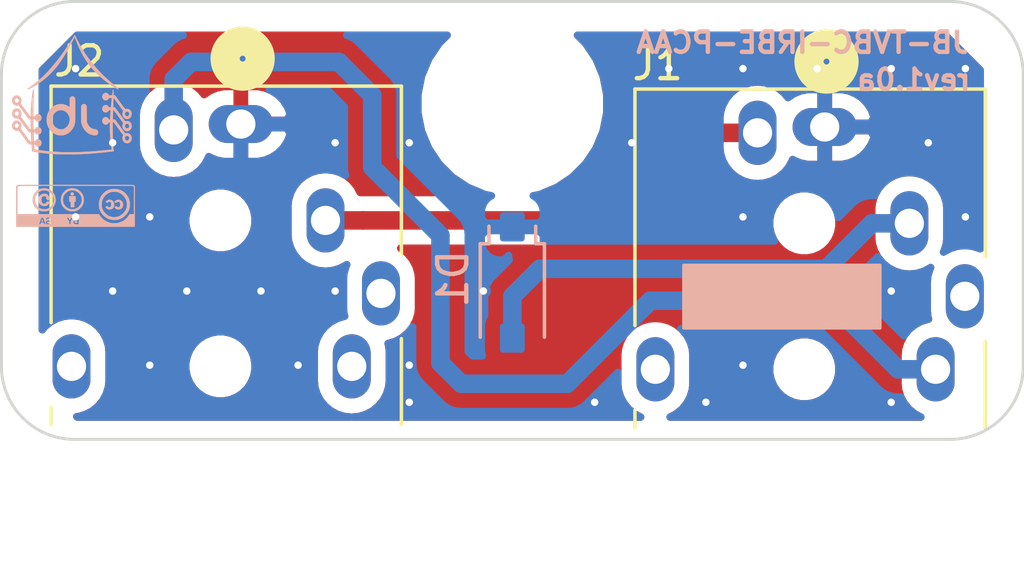
<source format=kicad_pcb>
(kicad_pcb (version 20171130) (host pcbnew "(5.1.5)-3")

  (general
    (thickness 1.6)
    (drawings 11)
    (tracks 54)
    (zones 0)
    (modules 6)
    (nets 10)
  )

  (page USLetter)
  (title_block
    (title "Raspberry Pi IR Blaster Emitter")
    (date 2020-03-15)
    (rev 1.0a)
  )

  (layers
    (0 F.Cu signal)
    (31 B.Cu signal)
    (32 B.Adhes user)
    (33 F.Adhes user)
    (34 B.Paste user)
    (35 F.Paste user)
    (36 B.SilkS user)
    (37 F.SilkS user)
    (38 B.Mask user)
    (39 F.Mask user)
    (40 Dwgs.User user)
    (41 Cmts.User user)
    (42 Eco1.User user)
    (43 Eco2.User user)
    (44 Edge.Cuts user)
    (45 Margin user)
    (46 B.CrtYd user)
    (47 F.CrtYd user)
    (48 B.Fab user hide)
    (49 F.Fab user hide)
  )

  (setup
    (last_trace_width 0.1524)
    (user_trace_width 0.1524)
    (user_trace_width 0.254)
    (user_trace_width 0.381)
    (user_trace_width 0.508)
    (user_trace_width 0.635)
    (user_trace_width 1.27)
    (trace_clearance 0.1524)
    (zone_clearance 0.508)
    (zone_45_only no)
    (trace_min 0.1524)
    (via_size 0.508)
    (via_drill 0.254)
    (via_min_size 0.508)
    (via_min_drill 0.254)
    (user_via 0.508 0.254)
    (user_via 0.762 0.381)
    (user_via 1.27 0.635)
    (uvia_size 0.3)
    (uvia_drill 0.1)
    (uvias_allowed no)
    (uvia_min_size 0.2)
    (uvia_min_drill 0.1)
    (edge_width 0.05)
    (segment_width 0.2)
    (pcb_text_width 0.3)
    (pcb_text_size 1.5 1.5)
    (mod_edge_width 0.12)
    (mod_text_size 1 1)
    (mod_text_width 0.15)
    (pad_size 1.524 1.524)
    (pad_drill 0.762)
    (pad_to_mask_clearance 0.051)
    (solder_mask_min_width 0.25)
    (aux_axis_origin 100 110)
    (grid_origin 100 110)
    (visible_elements 7FFFFFFF)
    (pcbplotparams
      (layerselection 0x010fc_ffffffff)
      (usegerberextensions false)
      (usegerberattributes false)
      (usegerberadvancedattributes false)
      (creategerberjobfile false)
      (excludeedgelayer true)
      (linewidth 0.100000)
      (plotframeref false)
      (viasonmask false)
      (mode 1)
      (useauxorigin false)
      (hpglpennumber 1)
      (hpglpenspeed 20)
      (hpglpendiameter 15.000000)
      (psnegative false)
      (psa4output false)
      (plotreference true)
      (plotvalue true)
      (plotinvisibletext false)
      (padsonsilk false)
      (subtractmaskfromsilk false)
      (outputformat 1)
      (mirror false)
      (drillshape 1)
      (scaleselection 1)
      (outputdirectory ""))
  )

  (net 0 "")
  (net 1 GND)
  (net 2 /IR_OUT0)
  (net 3 /IR_OUT2)
  (net 4 "Net-(J1-PadG1)")
  (net 5 /IR_OUT1)
  (net 6 "Net-(J1-PadG2)")
  (net 7 "Net-(J2-PadR2)")
  (net 8 "Net-(J2-PadG1)")
  (net 9 "Net-(J2-PadG2)")

  (net_class Default "This is the default net class."
    (clearance 0.1524)
    (trace_width 0.1524)
    (via_dia 0.508)
    (via_drill 0.254)
    (uvia_dia 0.3)
    (uvia_drill 0.1)
    (add_net "Net-(J1-PadG1)")
    (add_net "Net-(J1-PadG2)")
    (add_net "Net-(J2-PadG1)")
    (add_net "Net-(J2-PadG2)")
    (add_net "Net-(J2-PadR2)")
  )

  (net_class PWR ""
    (clearance 0.1524)
    (trace_width 0.635)
    (via_dia 0.762)
    (via_drill 0.381)
    (uvia_dia 0.3)
    (uvia_drill 0.1)
    (add_net /IR_OUT0)
    (add_net /IR_OUT1)
    (add_net /IR_OUT2)
    (add_net GND)
  )

  (net_class SIGNAL ""
    (clearance 0.1524)
    (trace_width 0.1524)
    (via_dia 0.508)
    (via_drill 0.254)
    (uvia_dia 0.3)
    (uvia_drill 0.1)
  )

  (module JB_Bitmaps:CC-BY-SA_4MM (layer B.Cu) (tedit 5E6D7FC1) (tstamp 5E705EB0)
    (at 102.54 101.999 180)
    (path /5E79F00D)
    (attr virtual)
    (fp_text reference G2 (at 0 0) (layer B.SilkS) hide
      (effects (font (size 1.524 1.524) (thickness 0.3)) (justify mirror))
    )
    (fp_text value CC-BY-SA_Logo (at 0.75 0) (layer B.SilkS) hide
      (effects (font (size 1.524 1.524) (thickness 0.3)) (justify mirror))
    )
    (fp_poly (pts (xy 1.0856 0.412262) (xy 1.108397 0.410197) (xy 1.128434 0.406471) (xy 1.128677 0.40641)
      (xy 1.160757 0.395029) (xy 1.189791 0.378301) (xy 1.215294 0.356692) (xy 1.23678 0.330665)
      (xy 1.253763 0.300685) (xy 1.262422 0.278494) (xy 1.26822 0.254855) (xy 1.271829 0.227563)
      (xy 1.273141 0.198968) (xy 1.272044 0.171417) (xy 1.268538 0.147745) (xy 1.257988 0.114233)
      (xy 1.24215 0.083469) (xy 1.221586 0.05604) (xy 1.196861 0.032536) (xy 1.168538 0.013543)
      (xy 1.137179 -0.000349) (xy 1.122489 -0.004714) (xy 1.106617 -0.007446) (xy 1.086989 -0.008913)
      (xy 1.065874 -0.009122) (xy 1.045544 -0.008075) (xy 1.028269 -0.005778) (xy 1.02276 -0.00452)
      (xy 0.991725 0.006925) (xy 0.964188 0.023386) (xy 0.940622 0.044379) (xy 0.921501 0.069419)
      (xy 0.907296 0.098022) (xy 0.900326 0.12078) (xy 0.898028 0.131982) (xy 0.897644 0.138398)
      (xy 0.899139 0.141288) (xy 0.899708 0.141572) (xy 0.904166 0.142055) (xy 0.913691 0.142341)
      (xy 0.927002 0.142415) (xy 0.942819 0.142262) (xy 0.947532 0.142176) (xy 0.991471 0.141288)
      (xy 0.99589 0.124004) (xy 1.003231 0.104198) (xy 1.0142 0.089172) (xy 1.029367 0.078423)
      (xy 1.049304 0.071451) (xy 1.05762 0.069792) (xy 1.08299 0.068164) (xy 1.105612 0.072241)
      (xy 1.125378 0.081956) (xy 1.142178 0.097238) (xy 1.155903 0.118018) (xy 1.164328 0.13778)
      (xy 1.166702 0.148293) (xy 1.168488 0.163518) (xy 1.169663 0.181843) (xy 1.170203 0.201654)
      (xy 1.170087 0.221339) (xy 1.16929 0.239284) (xy 1.167789 0.253877) (xy 1.166103 0.261938)
      (xy 1.157921 0.281653) (xy 1.14646 0.299514) (xy 1.132986 0.313729) (xy 1.125786 0.318974)
      (xy 1.118181 0.323404) (xy 1.111543 0.326219) (xy 1.104076 0.327784) (xy 1.093984 0.32846)
      (xy 1.079474 0.328613) (xy 1.078161 0.328613) (xy 1.062303 0.328383) (xy 1.051055 0.327518)
      (xy 1.042689 0.325753) (xy 1.035476 0.322824) (xy 1.033462 0.321778) (xy 1.018599 0.311777)
      (xy 1.00765 0.29918) (xy 1.000391 0.28575) (xy 0.995414 0.2737) (xy 0.993919 0.266136)
      (xy 0.996174 0.262066) (xy 1.002446 0.260502) (xy 1.007252 0.26035) (xy 1.02073 0.26035)
      (xy 0.981869 0.22149) (xy 0.943008 0.182629) (xy 0.866602 0.258763) (xy 0.883141 0.26035)
      (xy 0.89968 0.261938) (xy 0.905358 0.285107) (xy 0.916091 0.316835) (xy 0.931635 0.344726)
      (xy 0.951659 0.368435) (xy 0.975835 0.387615) (xy 1.003832 0.40192) (xy 1.022765 0.408138)
      (xy 1.040572 0.411269) (xy 1.062254 0.412632) (xy 1.0856 0.412262)) (layer B.SilkS) (width 0.01))
    (fp_poly (pts (xy 0.127698 0.458908) (xy 0.143843 0.452405) (xy 0.156721 0.441396) (xy 0.166582 0.426588)
      (xy 0.170899 0.411136) (xy 0.170312 0.395837) (xy 0.165462 0.381493) (xy 0.156989 0.3689)
      (xy 0.145533 0.35886) (xy 0.131733 0.35217) (xy 0.11623 0.34963) (xy 0.099664 0.352039)
      (xy 0.088773 0.356562) (xy 0.07498 0.36694) (xy 0.065947 0.380161) (xy 0.061456 0.395125)
      (xy 0.061289 0.410731) (xy 0.065227 0.425881) (xy 0.073053 0.439474) (xy 0.084547 0.450411)
      (xy 0.099493 0.457592) (xy 0.109206 0.459554) (xy 0.127698 0.458908)) (layer B.SilkS) (width 0.01))
    (fp_poly (pts (xy 0.208106 0.322407) (xy 0.2159 0.314614) (xy 0.2159 0.238667) (xy 0.215819 0.216768)
      (xy 0.215594 0.196504) (xy 0.215246 0.1789) (xy 0.214801 0.164981) (xy 0.21428 0.15577)
      (xy 0.213941 0.152929) (xy 0.212676 0.147843) (xy 0.210427 0.144851) (xy 0.205701 0.143304)
      (xy 0.197009 0.142551) (xy 0.189335 0.142213) (xy 0.166687 0.141288) (xy 0.165846 0.046832)
      (xy 0.165005 -0.047625) (xy 0.047719 -0.047625) (xy 0.046878 0.046832) (xy 0.046037 0.141288)
      (xy 0.023018 0.142221) (xy 0 0.143154) (xy 0 0.314614) (xy 0.015586 0.3302)
      (xy 0.10795 0.3302) (xy 0.200313 0.330201) (xy 0.208106 0.322407)) (layer B.SilkS) (width 0.01))
    (fp_poly (pts (xy -1.146986 0.205073) (xy -1.116324 0.198788) (xy -1.093475 0.19002) (xy -1.08192 0.183139)
      (xy -1.068706 0.173083) (xy -1.05564 0.161455) (xy -1.04453 0.149859) (xy -1.037385 0.14025)
      (xy -1.031781 0.130624) (xy -1.062597 0.116027) (xy -1.093413 0.101429) (xy -1.10063 0.110246)
      (xy -1.105453 0.116674) (xy -1.107894 0.120971) (xy -1.107961 0.12131) (xy -1.110741 0.124508)
      (xy -1.117632 0.128994) (xy -1.126804 0.133819) (xy -1.136427 0.138031) (xy -1.144671 0.140678)
      (xy -1.145601 0.140868) (xy -1.160052 0.141163) (xy -1.176087 0.137913) (xy -1.190624 0.131873)
      (xy -1.195686 0.128576) (xy -1.203053 0.121101) (xy -1.210352 0.110827) (xy -1.213173 0.105733)
      (xy -1.216209 0.099041) (xy -1.218305 0.092488) (xy -1.219634 0.08471) (xy -1.220369 0.07434)
      (xy -1.220682 0.060012) (xy -1.220744 0.045823) (xy -1.220706 0.028007) (xy -1.220412 0.01513)
      (xy -1.219647 0.005779) (xy -1.2182 -0.001455) (xy -1.215858 -0.007986) (xy -1.212409 -0.015224)
      (xy -1.211191 -0.017616) (xy -1.201585 -0.032862) (xy -1.190381 -0.04295) (xy -1.176271 -0.048642)
      (xy -1.15795 -0.050703) (xy -1.154545 -0.050747) (xy -1.137734 -0.049757) (xy -1.124461 -0.046123)
      (xy -1.113414 -0.038987) (xy -1.103277 -0.027492) (xy -1.092737 -0.010779) (xy -1.092389 -0.010167)
      (xy -1.089779 -0.009149) (xy -1.084035 -0.010771) (xy -1.074465 -0.015317) (xy -1.060377 -0.023073)
      (xy -1.058582 -0.0241) (xy -1.046005 -0.031342) (xy -1.035604 -0.037382) (xy -1.028525 -0.04155)
      (xy -1.025939 -0.043152) (xy -1.026815 -0.046225) (xy -1.031019 -0.052714) (xy -1.037563 -0.061375)
      (xy -1.045462 -0.070965) (xy -1.053729 -0.080238) (xy -1.061379 -0.087952) (xy -1.06167 -0.088221)
      (xy -1.084802 -0.105315) (xy -1.111358 -0.117457) (xy -1.140531 -0.124435) (xy -1.171519 -0.126036)
      (xy -1.195388 -0.123593) (xy -1.22548 -0.115649) (xy -1.251841 -0.10273) (xy -1.27425 -0.085152)
      (xy -1.292485 -0.063231) (xy -1.306326 -0.037283) (xy -1.31555 -0.007625) (xy -1.319938 0.025428)
      (xy -1.319803 0.054345) (xy -1.315408 0.088057) (xy -1.306503 0.117402) (xy -1.292932 0.142635)
      (xy -1.274537 0.164012) (xy -1.251161 0.181789) (xy -1.236663 0.189856) (xy -1.20821 0.200606)
      (xy -1.177966 0.205679) (xy -1.146986 0.205073)) (layer B.SilkS) (width 0.01))
    (fp_poly (pts (xy -1.42509 0.201052) (xy -1.398574 0.192091) (xy -1.374618 0.178789) (xy -1.354168 0.16135)
      (xy -1.34284 0.147368) (xy -1.336731 0.136822) (xy -1.335422 0.130011) (xy -1.338934 0.127101)
      (xy -1.340364 0.127) (xy -1.344528 0.125724) (xy -1.352963 0.122297) (xy -1.364222 0.117326)
      (xy -1.370949 0.11422) (xy -1.398222 0.10144) (xy -1.405434 0.110252) (xy -1.410256 0.116678)
      (xy -1.412694 0.120972) (xy -1.412761 0.12131) (xy -1.415541 0.124508) (xy -1.422432 0.128994)
      (xy -1.431604 0.133819) (xy -1.441227 0.138031) (xy -1.449471 0.140678) (xy -1.450401 0.140868)
      (xy -1.464852 0.141163) (xy -1.480887 0.137913) (xy -1.495424 0.131873) (xy -1.500486 0.128576)
      (xy -1.507853 0.121101) (xy -1.515152 0.110827) (xy -1.517973 0.105733) (xy -1.521009 0.099041)
      (xy -1.523105 0.092488) (xy -1.524434 0.08471) (xy -1.525169 0.07434) (xy -1.525482 0.060012)
      (xy -1.525544 0.045823) (xy -1.525506 0.028007) (xy -1.525212 0.01513) (xy -1.524447 0.005779)
      (xy -1.523 -0.001455) (xy -1.520658 -0.007986) (xy -1.517209 -0.015224) (xy -1.515991 -0.017616)
      (xy -1.506385 -0.032862) (xy -1.495181 -0.04295) (xy -1.481071 -0.048642) (xy -1.46275 -0.050703)
      (xy -1.459345 -0.050747) (xy -1.442534 -0.049757) (xy -1.429261 -0.046123) (xy -1.418214 -0.038987)
      (xy -1.408077 -0.027492) (xy -1.397537 -0.010779) (xy -1.397189 -0.010167) (xy -1.394579 -0.009149)
      (xy -1.388835 -0.010771) (xy -1.379265 -0.015317) (xy -1.365177 -0.023073) (xy -1.363382 -0.0241)
      (xy -1.350805 -0.031342) (xy -1.340404 -0.037382) (xy -1.333325 -0.04155) (xy -1.330739 -0.043152)
      (xy -1.331615 -0.046225) (xy -1.335819 -0.052714) (xy -1.342363 -0.061375) (xy -1.350262 -0.070965)
      (xy -1.358529 -0.080238) (xy -1.366179 -0.087952) (xy -1.36647 -0.088221) (xy -1.389602 -0.105315)
      (xy -1.416158 -0.117457) (xy -1.445331 -0.124435) (xy -1.476319 -0.126036) (xy -1.500188 -0.123593)
      (xy -1.530536 -0.115607) (xy -1.557083 -0.102594) (xy -1.579604 -0.084776) (xy -1.597872 -0.062374)
      (xy -1.611662 -0.035612) (xy -1.620584 -0.005502) (xy -1.624751 0.026233) (xy -1.624476 0.058065)
      (xy -1.619908 0.088442) (xy -1.611198 0.115813) (xy -1.608213 0.12237) (xy -1.597884 0.138651)
      (xy -1.583166 0.155428) (xy -1.565681 0.171155) (xy -1.547054 0.184286) (xy -1.537797 0.189406)
      (xy -1.510518 0.19985) (xy -1.482009 0.205136) (xy -1.453217 0.205469) (xy -1.42509 0.201052)) (layer B.SilkS) (width 0.01))
    (fp_poly (pts (xy 1.110984 0.597608) (xy 1.158133 0.591306) (xy 1.182756 0.58585) (xy 1.2248 0.571953)
      (xy 1.265546 0.552027) (xy 1.304618 0.526325) (xy 1.341641 0.495102) (xy 1.376237 0.458612)
      (xy 1.382519 0.451086) (xy 1.410427 0.412048) (xy 1.433049 0.369918) (xy 1.450291 0.325258)
      (xy 1.462062 0.278629) (xy 1.468268 0.230592) (xy 1.468817 0.18171) (xy 1.463617 0.132542)
      (xy 1.452575 0.083652) (xy 1.446374 0.063926) (xy 1.428687 0.021707) (xy 1.405504 -0.017988)
      (xy 1.377325 -0.054723) (xy 1.34465 -0.088063) (xy 1.307979 -0.117572) (xy 1.267814 -0.142814)
      (xy 1.224653 -0.163355) (xy 1.178998 -0.178757) (xy 1.163079 -0.182727) (xy 1.148126 -0.185207)
      (xy 1.128508 -0.187131) (xy 1.105845 -0.188467) (xy 1.081758 -0.189183) (xy 1.057868 -0.189249)
      (xy 1.035797 -0.188632) (xy 1.017166 -0.187302) (xy 1.006226 -0.185779) (xy 0.963581 -0.175117)
      (xy 0.92177 -0.159729) (xy 0.882432 -0.14032) (xy 0.847201 -0.117595) (xy 0.846137 -0.116803)
      (xy 0.829524 -0.103372) (xy 0.811199 -0.086862) (xy 0.792597 -0.068714) (xy 0.775152 -0.050365)
      (xy 0.760298 -0.033257) (xy 0.751656 -0.022012) (xy 0.727313 0.017693) (xy 0.708278 0.060224)
      (xy 0.694557 0.104911) (xy 0.686153 0.151088) (xy 0.683111 0.197507) (xy 0.749846 0.197507)
      (xy 0.750145 0.186642) (xy 0.754312 0.144257) (xy 0.763484 0.10496) (xy 0.777948 0.06812)
      (xy 0.797989 0.033109) (xy 0.823892 -0.000705) (xy 0.845748 -0.02408) (xy 0.879431 -0.054284)
      (xy 0.914079 -0.078558) (xy 0.950435 -0.097318) (xy 0.989241 -0.110981) (xy 1.00965 -0.116)
      (xy 1.026047 -0.118338) (xy 1.046891 -0.119577) (xy 1.070385 -0.119772) (xy 1.094731 -0.118978)
      (xy 1.118132 -0.117249) (xy 1.138791 -0.114641) (xy 1.153426 -0.11162) (xy 1.195137 -0.097144)
      (xy 1.234724 -0.07678) (xy 1.271802 -0.050747) (xy 1.293468 -0.031755) (xy 1.318957 -0.005486)
      (xy 1.339615 0.020583) (xy 1.356682 0.048106) (xy 1.363767 0.061913) (xy 1.375482 0.088923)
      (xy 1.383857 0.115307) (xy 1.389351 0.143042) (xy 1.392424 0.174107) (xy 1.393077 0.187885)
      (xy 1.392591 0.233521) (xy 1.387541 0.275217) (xy 1.377655 0.313714) (xy 1.362661 0.349754)
      (xy 1.342286 0.384079) (xy 1.316256 0.417429) (xy 1.30352 0.431379) (xy 1.270123 0.462198)
      (xy 1.233972 0.487307) (xy 1.194955 0.506772) (xy 1.152957 0.520657) (xy 1.144587 0.52268)
      (xy 1.12162 0.526402) (xy 1.094775 0.528325) (xy 1.066255 0.528471) (xy 1.038266 0.526862)
      (xy 1.013012 0.52352) (xy 1.002325 0.521261) (xy 0.958832 0.507451) (xy 0.918404 0.488126)
      (xy 0.880842 0.463174) (xy 0.846714 0.433247) (xy 0.815875 0.398935) (xy 0.791121 0.363162)
      (xy 0.772297 0.325531) (xy 0.759247 0.285643) (xy 0.751815 0.243101) (xy 0.749846 0.197507)
      (xy 0.683111 0.197507) (xy 0.683073 0.198085) (xy 0.685321 0.245236) (xy 0.692903 0.291872)
      (xy 0.705823 0.337325) (xy 0.724086 0.380928) (xy 0.747697 0.422012) (xy 0.748304 0.422924)
      (xy 0.768263 0.449401) (xy 0.792722 0.476415) (xy 0.820141 0.502545) (xy 0.84898 0.526371)
      (xy 0.8777 0.546472) (xy 0.890607 0.554167) (xy 0.929621 0.572521) (xy 0.97207 0.586141)
      (xy 1.017049 0.594927) (xy 1.063655 0.598782) (xy 1.110984 0.597608)) (layer B.SilkS) (width 0.01))
    (fp_poly (pts (xy 0.145784 0.597608) (xy 0.192933 0.591306) (xy 0.217556 0.58585) (xy 0.2596 0.571953)
      (xy 0.300346 0.552027) (xy 0.339418 0.526325) (xy 0.376441 0.495102) (xy 0.411037 0.458612)
      (xy 0.417319 0.451086) (xy 0.445227 0.412048) (xy 0.467849 0.369918) (xy 0.485091 0.325258)
      (xy 0.496862 0.278629) (xy 0.503068 0.230592) (xy 0.503617 0.18171) (xy 0.498417 0.132542)
      (xy 0.487375 0.083652) (xy 0.481174 0.063926) (xy 0.463487 0.021707) (xy 0.440304 -0.017988)
      (xy 0.412125 -0.054723) (xy 0.37945 -0.088063) (xy 0.342779 -0.117572) (xy 0.302614 -0.142814)
      (xy 0.259453 -0.163355) (xy 0.213798 -0.178757) (xy 0.197879 -0.182727) (xy 0.182926 -0.185207)
      (xy 0.163308 -0.187131) (xy 0.140645 -0.188467) (xy 0.116558 -0.189183) (xy 0.092668 -0.189249)
      (xy 0.070597 -0.188632) (xy 0.051966 -0.187302) (xy 0.041026 -0.185779) (xy -0.001619 -0.175117)
      (xy -0.04343 -0.159729) (xy -0.082768 -0.14032) (xy -0.117999 -0.117595) (xy -0.119063 -0.116803)
      (xy -0.135676 -0.103372) (xy -0.154001 -0.086862) (xy -0.172603 -0.068714) (xy -0.190048 -0.050365)
      (xy -0.204902 -0.033257) (xy -0.213544 -0.022012) (xy -0.237887 0.017693) (xy -0.256922 0.060224)
      (xy -0.270643 0.104911) (xy -0.279047 0.151088) (xy -0.282127 0.198085) (xy -0.281732 0.206385)
      (xy -0.211088 0.206385) (xy -0.210802 0.181716) (xy -0.209385 0.158713) (xy -0.206833 0.139268)
      (xy -0.205418 0.132597) (xy -0.191556 0.089558) (xy -0.171887 0.049011) (xy -0.146523 0.011154)
      (xy -0.116359 -0.023037) (xy -0.081595 -0.053924) (xy -0.044845 -0.079242) (xy -0.006495 -0.098783)
      (xy 0.03307 -0.112335) (xy 0.056612 -0.117401) (xy 0.070073 -0.118903) (xy 0.087862 -0.119821)
      (xy 0.107985 -0.120158) (xy 0.128447 -0.119915) (xy 0.147254 -0.119094) (xy 0.16241 -0.117697)
      (xy 0.1651 -0.117305) (xy 0.202203 -0.108542) (xy 0.239654 -0.094346) (xy 0.276047 -0.075386)
      (xy 0.309976 -0.052333) (xy 0.322048 -0.042538) (xy 0.354227 -0.011044) (xy 0.381211 0.023902)
      (xy 0.402832 0.061876) (xy 0.418923 0.10245) (xy 0.429317 0.145201) (xy 0.433847 0.189703)
      (xy 0.432346 0.235529) (xy 0.432129 0.237656) (xy 0.426193 0.277845) (xy 0.416958 0.313573)
      (xy 0.403827 0.346127) (xy 0.386202 0.376795) (xy 0.363486 0.406861) (xy 0.34304 0.429489)
      (xy 0.312775 0.458379) (xy 0.282586 0.481574) (xy 0.25138 0.499618) (xy 0.218069 0.513057)
      (xy 0.181561 0.522438) (xy 0.146843 0.527668) (xy 0.102314 0.52951) (xy 0.058783 0.525154)
      (xy 0.016602 0.514719) (xy -0.023877 0.498322) (xy -0.062302 0.476084) (xy -0.098321 0.448123)
      (xy -0.103984 0.442991) (xy -0.136551 0.408969) (xy -0.163305 0.372514) (xy -0.184396 0.333369)
      (xy -0.199975 0.291278) (xy -0.205192 0.271463) (xy -0.20828 0.25315) (xy -0.210246 0.230827)
      (xy -0.211088 0.206385) (xy -0.281732 0.206385) (xy -0.279879 0.245236) (xy -0.272297 0.291872)
      (xy -0.259377 0.337325) (xy -0.241114 0.380928) (xy -0.217503 0.422012) (xy -0.216896 0.422924)
      (xy -0.196937 0.449401) (xy -0.172478 0.476415) (xy -0.145059 0.502545) (xy -0.11622 0.526371)
      (xy -0.0875 0.546472) (xy -0.074593 0.554167) (xy -0.035579 0.572521) (xy 0.00687 0.586141)
      (xy 0.051849 0.594927) (xy 0.098455 0.598782) (xy 0.145784 0.597608)) (layer B.SilkS) (width 0.01))
    (fp_poly (pts (xy -1.246934 0.572372) (xy -1.196416 0.564181) (xy -1.148727 0.551162) (xy -1.103326 0.533219)
      (xy -1.087257 0.525444) (xy -1.057139 0.508839) (xy -1.029148 0.490475) (xy -1.001717 0.469203)
      (xy -0.97328 0.443872) (xy -0.964013 0.435015) (xy -0.923539 0.392125) (xy -0.889087 0.347637)
      (xy -0.860437 0.301134) (xy -0.837371 0.252201) (xy -0.819672 0.200419) (xy -0.807121 0.145373)
      (xy -0.804735 0.130874) (xy -0.802338 0.109525) (xy -0.800793 0.083752) (xy -0.800103 0.055426)
      (xy -0.800269 0.026416) (xy -0.801292 -0.00141) (xy -0.803173 -0.026181) (xy -0.804613 -0.0381)
      (xy -0.815735 -0.09437) (xy -0.832612 -0.147959) (xy -0.855229 -0.198837) (xy -0.883571 -0.246974)
      (xy -0.917624 -0.292341) (xy -0.949325 -0.32698) (xy -0.992704 -0.366883) (xy -1.037515 -0.400732)
      (xy -1.084171 -0.428741) (xy -1.133087 -0.451124) (xy -1.184674 -0.468095) (xy -1.239348 -0.479869)
      (xy -1.247077 -0.481085) (xy -1.266606 -0.483227) (xy -1.290632 -0.484629) (xy -1.317347 -0.485294)
      (xy -1.344942 -0.485226) (xy -1.371609 -0.484429) (xy -1.395538 -0.482906) (xy -1.414463 -0.480734)
      (xy -1.46923 -0.469078) (xy -1.522039 -0.451414) (xy -1.572755 -0.427816) (xy -1.62124 -0.39836)
      (xy -1.667358 -0.363119) (xy -1.710973 -0.32217) (xy -1.718974 -0.313742) (xy -1.757083 -0.268514)
      (xy -1.789333 -0.220855) (xy -1.81575 -0.170712) (xy -1.836362 -0.118033) (xy -1.851083 -0.063304)
      (xy -1.854667 -0.041763) (xy -1.857438 -0.01571) (xy -1.859329 0.013059) (xy -1.860275 0.042749)
      (xy -1.860232 0.061913) (xy -1.757981 0.061913) (xy -1.757324 0.008854) (xy -1.7514 -0.040829)
      (xy -1.740063 -0.087515) (xy -1.723168 -0.131583) (xy -1.700568 -0.173413) (xy -1.672117 -0.213382)
      (xy -1.63767 -0.251871) (xy -1.636823 -0.252725) (xy -1.596829 -0.289602) (xy -1.556114 -0.320361)
      (xy -1.514234 -0.345229) (xy -1.470746 -0.364433) (xy -1.425206 -0.378198) (xy -1.377171 -0.38675)
      (xy -1.373309 -0.387205) (xy -1.35112 -0.388711) (xy -1.324977 -0.38888) (xy -1.297111 -0.387813)
      (xy -1.269751 -0.385608) (xy -1.245129 -0.382368) (xy -1.238126 -0.381116) (xy -1.190918 -0.369235)
      (xy -1.146595 -0.352292) (xy -1.10465 -0.330003) (xy -1.064576 -0.302081) (xy -1.025864 -0.268241)
      (xy -1.010923 -0.253271) (xy -0.97668 -0.213782) (xy -0.948433 -0.172522) (xy -0.926057 -0.129184)
      (xy -0.909431 -0.083458) (xy -0.898432 -0.035038) (xy -0.892936 0.016385) (xy -0.892213 0.04445)
      (xy -0.895107 0.099017) (xy -0.903764 0.151004) (xy -0.918147 0.200322) (xy -0.938218 0.246885)
      (xy -0.963941 0.290605) (xy -0.995278 0.331395) (xy -1.029134 0.36635) (xy -1.070321 0.400608)
      (xy -1.113721 0.428926) (xy -1.15929 0.451285) (xy -1.20698 0.467668) (xy -1.256749 0.478057)
      (xy -1.30855 0.482433) (xy -1.320393 0.482588) (xy -1.37324 0.479758) (xy -1.424005 0.471317)
      (xy -1.47229 0.45739) (xy -1.517693 0.438101) (xy -1.559814 0.413577) (xy -1.574529 0.40317)
      (xy -1.591046 0.389775) (xy -1.609822 0.372755) (xy -1.62937 0.353614) (xy -1.648203 0.333854)
      (xy -1.664834 0.314979) (xy -1.676835 0.299789) (xy -1.703354 0.259728) (xy -1.724218 0.219551)
      (xy -1.739791 0.178195) (xy -1.750435 0.134596) (xy -1.756514 0.087689) (xy -1.757981 0.061913)
      (xy -1.860232 0.061913) (xy -1.860209 0.071566) (xy -1.859064 0.097715) (xy -1.857609 0.113273)
      (xy -1.850193 0.157686) (xy -1.838952 0.202076) (xy -1.824448 0.244634) (xy -1.807243 0.283553)
      (xy -1.801076 0.295275) (xy -1.777267 0.334137) (xy -1.749162 0.372553) (xy -1.718173 0.408798)
      (xy -1.685712 0.441142) (xy -1.672431 0.452768) (xy -1.628871 0.486199) (xy -1.584439 0.513891)
      (xy -1.538426 0.53612) (xy -1.490124 0.553163) (xy -1.438822 0.565293) (xy -1.383811 0.572788)
      (xy -1.358612 0.574667) (xy -1.300819 0.575835) (xy -1.246934 0.572372)) (layer B.SilkS) (width 0.01))
    (fp_poly (pts (xy 1.153081 -0.495323) (xy 1.157991 -0.510013) (xy 1.162273 -0.522862) (xy 1.165458 -0.532466)
      (xy 1.167063 -0.537368) (xy 1.167319 -0.540061) (xy 1.165242 -0.541715) (xy 1.159701 -0.542577)
      (xy 1.149564 -0.542893) (xy 1.141626 -0.542925) (xy 1.129377 -0.542668) (xy 1.119991 -0.541984)
      (xy 1.11492 -0.540999) (xy 1.114425 -0.540548) (xy 1.115378 -0.536804) (xy 1.117986 -0.528243)
      (xy 1.121871 -0.516065) (xy 1.126658 -0.501469) (xy 1.127644 -0.498503) (xy 1.140864 -0.458835)
      (xy 1.153081 -0.495323)) (layer B.SilkS) (width 0.01))
    (fp_poly (pts (xy -0.007369 -0.441408) (xy 0.002401 -0.441882) (xy 0.008834 -0.443088) (xy 0.013438 -0.445363)
      (xy 0.017719 -0.449047) (xy 0.019294 -0.450605) (xy 0.026253 -0.459009) (xy 0.028241 -0.466585)
      (xy 0.025758 -0.475723) (xy 0.024962 -0.47753) (xy 0.020197 -0.483891) (xy 0.012109 -0.488264)
      (xy -0.000164 -0.490896) (xy -0.017483 -0.492033) (xy -0.025874 -0.492125) (xy -0.053975 -0.492125)
      (xy -0.053975 -0.441325) (xy -0.021981 -0.441325) (xy -0.007369 -0.441408)) (layer B.SilkS) (width 0.01))
    (fp_poly (pts (xy -0.019224 -0.527537) (xy -0.002971 -0.52828) (xy 0.008336 -0.529361) (xy 0.016098 -0.531029)
      (xy 0.02172 -0.533532) (xy 0.024262 -0.535247) (xy 0.033075 -0.545304) (xy 0.036077 -0.557525)
      (xy 0.03334 -0.570395) (xy 0.029573 -0.577176) (xy 0.024173 -0.581926) (xy 0.016074 -0.584979)
      (xy 0.00421 -0.586667) (xy -0.012484 -0.587325) (xy -0.020845 -0.587375) (xy -0.053975 -0.587375)
      (xy -0.053975 -0.526347) (xy -0.019224 -0.527537)) (layer B.SilkS) (width 0.01))
    (fp_poly (pts (xy 0.386385 0.714309) (xy 0.503025 0.714303) (xy 0.613894 0.714294) (xy 0.719139 0.714282)
      (xy 0.818903 0.714264) (xy 0.913332 0.714242) (xy 1.002571 0.714215) (xy 1.086764 0.714182)
      (xy 1.166057 0.714144) (xy 1.240595 0.714099) (xy 1.310521 0.714048) (xy 1.375983 0.71399)
      (xy 1.437123 0.713925) (xy 1.494088 0.713852) (xy 1.547022 0.713772) (xy 1.596071 0.713683)
      (xy 1.641378 0.713586) (xy 1.68309 0.713479) (xy 1.721351 0.713363) (xy 1.756306 0.713238)
      (xy 1.7881 0.713102) (xy 1.816878 0.712956) (xy 1.842785 0.7128) (xy 1.865966 0.712632)
      (xy 1.886566 0.712453) (xy 1.904729 0.712262) (xy 1.920602 0.712059) (xy 1.934328 0.711843)
      (xy 1.946052 0.711615) (xy 1.95592 0.711373) (xy 1.964077 0.711118) (xy 1.970668 0.710849)
      (xy 1.975837 0.710566) (xy 1.979729 0.710268) (xy 1.98249 0.709955) (xy 1.984264 0.709626)
      (xy 1.984769 0.709477) (xy 1.998057 0.702562) (xy 2.011539 0.691947) (xy 2.022801 0.679721)
      (xy 2.027499 0.672464) (xy 2.028015 0.670786) (xy 2.028492 0.667637) (xy 2.02893 0.662779)
      (xy 2.029332 0.655974) (xy 2.029698 0.646984) (xy 2.03003 0.63557) (xy 2.03033 0.621494)
      (xy 2.030599 0.604518) (xy 2.030839 0.584403) (xy 2.031051 0.560911) (xy 2.031237 0.533804)
      (xy 2.031399 0.502843) (xy 2.031537 0.467789) (xy 2.031654 0.428405) (xy 2.031751 0.384453)
      (xy 2.03183 0.335693) (xy 2.031891 0.281887) (xy 2.031937 0.222798) (xy 2.03197 0.158186)
      (xy 2.031989 0.087814) (xy 2.031999 0.011443) (xy 2.032 -0.026829) (xy 2.032 -0.71755)
      (xy 0.004874 -0.71755) (xy -0.130937 -0.717549) (xy -0.260543 -0.717549) (xy -0.38409 -0.717547)
      (xy -0.501723 -0.717543) (xy -0.613587 -0.717538) (xy -0.719828 -0.71753) (xy -0.82059 -0.71752)
      (xy -0.91602 -0.717506) (xy -1.006262 -0.717488) (xy -1.091462 -0.717466) (xy -1.171765 -0.71744)
      (xy -1.247317 -0.717408) (xy -1.318262 -0.717371) (xy -1.384747 -0.717328) (xy -1.446916 -0.717279)
      (xy -1.504914 -0.717223) (xy -1.558888 -0.717159) (xy -1.608982 -0.717088) (xy -1.655341 -0.717009)
      (xy -1.698112 -0.716921) (xy -1.737439 -0.716823) (xy -1.773468 -0.716717) (xy -1.806343 -0.7166)
      (xy -1.836211 -0.716473) (xy -1.863216 -0.716335) (xy -1.887504 -0.716186) (xy -1.90922 -0.716025)
      (xy -1.92851 -0.715852) (xy -1.945518 -0.715667) (xy -1.960391 -0.715468) (xy -1.973273 -0.715256)
      (xy -1.98431 -0.715029) (xy -1.993647 -0.714789) (xy -2.001429 -0.714533) (xy -2.007802 -0.714263)
      (xy -2.012911 -0.713976) (xy -2.016901 -0.713674) (xy -2.019918 -0.713354) (xy -2.022107 -0.713018)
      (xy -2.023613 -0.712664) (xy -2.024582 -0.712292) (xy -2.025159 -0.711902) (xy -2.025488 -0.711493)
      (xy -2.025575 -0.711341) (xy -2.025997 -0.707915) (xy -2.026383 -0.699234) (xy -2.026731 -0.685224)
      (xy -2.027043 -0.665809) (xy -2.027318 -0.640915) (xy -2.027364 -0.635) (xy -0.111206 -0.635)
      (xy -0.049372 -0.635) (xy -0.027306 -0.63493) (xy -0.010491 -0.63466) (xy 0.002171 -0.634102)
      (xy 0.011777 -0.633164) (xy 0.019425 -0.631759) (xy 0.026213 -0.629796) (xy 0.029709 -0.628546)
      (xy 0.05029 -0.619255) (xy 0.064965 -0.608685) (xy 0.074143 -0.596222) (xy 0.078235 -0.581252)
      (xy 0.077648 -0.56316) (xy 0.076789 -0.557918) (xy 0.072356 -0.541057) (xy 0.065686 -0.528792)
      (xy 0.055727 -0.519479) (xy 0.04981 -0.515767) (xy 0.038305 -0.509247) (xy 0.047452 -0.503844)
      (xy 0.056081 -0.495824) (xy 0.063462 -0.483796) (xy 0.068418 -0.470098) (xy 0.06985 -0.459246)
      (xy 0.068323 -0.44854) (xy 0.064556 -0.437188) (xy 0.063588 -0.435148) (xy 0.05763 -0.425263)
      (xy 0.050509 -0.417551) (xy 0.041464 -0.411812) (xy 0.029732 -0.407851) (xy 0.014553 -0.405467)
      (xy -0.004835 -0.404465) (xy -0.029194 -0.404645) (xy -0.0508 -0.40542) (xy -0.109538 -0.407987)
      (xy -0.110372 -0.521493) (xy -0.111206 -0.635) (xy -2.027364 -0.635) (xy -2.027557 -0.610466)
      (xy -2.02776 -0.574387) (xy -2.027928 -0.532602) (xy -2.02806 -0.485038) (xy -2.028157 -0.431617)
      (xy -2.028219 -0.372266) (xy -2.028247 -0.306908) (xy -2.02824 -0.23547) (xy -2.028199 -0.157875)
      (xy -2.028125 -0.074048) (xy -2.028068 -0.02316) (xy -2.027258 0.643137) (xy -2.000271 0.643137)
      (xy -1.998663 -0.287337) (xy -1.925022 -0.288189) (xy -1.851382 -0.289041) (xy -1.835215 -0.315805)
      (xy -1.801843 -0.364992) (xy -1.763573 -0.41048) (xy -1.720898 -0.451922) (xy -1.674313 -0.488969)
      (xy -1.624314 -0.521276) (xy -1.571395 -0.548493) (xy -1.51605 -0.570275) (xy -1.458774 -0.586273)
      (xy -1.446398 -0.588895) (xy -1.430434 -0.59201) (xy -1.415709 -0.594742) (xy -1.403916 -0.596785)
      (xy -1.397 -0.597807) (xy -1.3853 -0.59865) (xy -1.368778 -0.599207) (xy -1.348956 -0.599489)
      (xy -1.327355 -0.599506) (xy -1.305497 -0.599268) (xy -1.284903 -0.598785) (xy -1.267095 -0.598067)
      (xy -1.253593 -0.597125) (xy -1.250867 -0.596831) (xy -1.236607 -0.594686) (xy -1.218697 -0.591374)
      (xy -1.19962 -0.587378) (xy -1.184776 -0.583915) (xy -1.125908 -0.566163) (xy -1.069598 -0.542706)
      (xy -1.016181 -0.513786) (xy -0.965993 -0.479648) (xy -0.919372 -0.440534) (xy -0.883022 -0.403225)
      (xy 0.092183 -0.403225) (xy 0.106754 -0.427831) (xy 0.122823 -0.454953) (xy 0.135989 -0.477292)
      (xy 0.14654 -0.49555) (xy 0.154764 -0.510432) (xy 0.160951 -0.522643) (xy 0.16539 -0.532888)
      (xy 0.168368 -0.54187) (xy 0.170176 -0.550295) (xy 0.171101 -0.558866) (xy 0.171433 -0.568289)
      (xy 0.17146 -0.579267) (xy 0.17145 -0.585661) (xy 0.17145 -0.62865) (xy 0.22225 -0.62865)
      (xy 0.222252 -0.584993) (xy 0.222253 -0.569118) (xy 0.832091 -0.569118) (xy 0.835288 -0.58376)
      (xy 0.843128 -0.598851) (xy 0.854382 -0.612429) (xy 0.864169 -0.620337) (xy 0.880719 -0.629187)
      (xy 0.898916 -0.634689) (xy 0.920289 -0.637184) (xy 0.9398 -0.637275) (xy 0.955974 -0.636566)
      (xy 0.96764 -0.635368) (xy 0.976635 -0.633336) (xy 0.984799 -0.630124) (xy 0.989012 -0.628036)
      (xy 0.991649 -0.626487) (xy 1.031875 -0.626487) (xy 1.034795 -0.627505) (xy 1.042539 -0.628265)
      (xy 1.053583 -0.628634) (xy 1.056535 -0.62865) (xy 1.081196 -0.62865) (xy 1.099246 -0.57785)
      (xy 1.181424 -0.57785) (xy 1.185509 -0.588168) (xy 1.189152 -0.597594) (xy 1.193503 -0.609155)
      (xy 1.195135 -0.613568) (xy 1.200675 -0.62865) (xy 1.225812 -0.62865) (xy 1.237527 -0.628557)
      (xy 1.246307 -0.628312) (xy 1.250648 -0.627962) (xy 1.250864 -0.627856) (xy 1.249787 -0.624802)
      (xy 1.246755 -0.616449) (xy 1.24201 -0.603456) (xy 1.235793 -0.586483) (xy 1.228347 -0.566189)
      (xy 1.219912 -0.543233) (xy 1.21073 -0.518275) (xy 1.20987 -0.515937) (xy 1.168961 -0.404812)
      (xy 1.112837 -0.403086) (xy 1.072356 -0.513705) (xy 1.063183 -0.538826) (xy 1.054739 -0.562063)
      (xy 1.047263 -0.582741) (xy 1.040999 -0.600191) (xy 1.036185 -0.613739) (xy 1.033065 -0.622714)
      (xy 1.031879 -0.626443) (xy 1.031875 -0.626487) (xy 0.991649 -0.626487) (xy 1.002374 -0.620188)
      (xy 1.011409 -0.612137) (xy 1.017929 -0.602056) (xy 1.020641 -0.596092) (xy 1.025072 -0.577993)
      (xy 1.024008 -0.559797) (xy 1.018036 -0.542716) (xy 1.007742 -0.527961) (xy 0.99371 -0.516744)
      (xy 0.979487 -0.510949) (xy 0.952489 -0.503487) (xy 0.929934 -0.496076) (xy 0.912381 -0.488925)
      (xy 0.90039 -0.482245) (xy 0.897731 -0.480165) (xy 0.892951 -0.472131) (xy 0.893102 -0.462124)
      (xy 0.898049 -0.451996) (xy 0.89996 -0.449726) (xy 0.904426 -0.445484) (xy 0.909253 -0.442971)
      (xy 0.916195 -0.441741) (xy 0.927005 -0.441347) (xy 0.933016 -0.441325) (xy 0.945762 -0.44146)
      (xy 0.953911 -0.442208) (xy 0.959216 -0.44408) (xy 0.963429 -0.447586) (xy 0.966505 -0.451093)
      (xy 0.971819 -0.458866) (xy 0.974604 -0.465784) (xy 0.974725 -0.466968) (xy 0.975389 -0.470184)
      (xy 0.97828 -0.472027) (xy 0.984747 -0.472867) (xy 0.996135 -0.473074) (xy 0.99695 -0.473075)
      (xy 1.008559 -0.472961) (xy 1.015204 -0.472285) (xy 1.018267 -0.470547) (xy 1.019133 -0.467246)
      (xy 1.019175 -0.465031) (xy 1.017327 -0.455962) (xy 1.012565 -0.444342) (xy 1.006056 -0.432485)
      (xy 0.998969 -0.422704) (xy 0.99647 -0.420107) (xy 0.981432 -0.410022) (xy 0.962583 -0.403228)
      (xy 0.941656 -0.39992) (xy 0.920382 -0.400291) (xy 0.900495 -0.404535) (xy 0.891275 -0.408337)
      (xy 0.875538 -0.417306) (xy 0.864359 -0.426632) (xy 0.856055 -0.437836) (xy 0.85359 -0.442335)
      (xy 0.846675 -0.46181) (xy 0.845575 -0.481259) (xy 0.850295 -0.499434) (xy 0.859144 -0.512517)
      (xy 0.872877 -0.524471) (xy 0.890039 -0.534511) (xy 0.909174 -0.541852) (xy 0.928825 -0.545708)
      (xy 0.93684 -0.5461) (xy 0.948206 -0.548214) (xy 0.959303 -0.553715) (xy 0.968433 -0.561343)
      (xy 0.973896 -0.569835) (xy 0.974725 -0.574231) (xy 0.971932 -0.584259) (xy 0.964741 -0.593695)
      (xy 0.954936 -0.600487) (xy 0.950576 -0.60203) (xy 0.940775 -0.602475) (xy 0.928127 -0.600466)
      (xy 0.915346 -0.596615) (xy 0.905709 -0.59191) (xy 0.899801 -0.586171) (xy 0.893731 -0.577501)
      (xy 0.892151 -0.574628) (xy 0.885695 -0.561975) (xy 0.858772 -0.561975) (xy 0.845717 -0.562066)
      (xy 0.837767 -0.562561) (xy 0.833679 -0.563793) (xy 0.83221 -0.566095) (xy 0.832091 -0.569118)
      (xy 0.222253 -0.569118) (xy 0.222255 -0.541337) (xy 0.257462 -0.4826) (xy 0.268275 -0.464571)
      (xy 0.278354 -0.447786) (xy 0.287108 -0.433226) (xy 0.29395 -0.421869) (xy 0.298289 -0.414698)
      (xy 0.298993 -0.413543) (xy 0.305317 -0.403225) (xy 0.249237 -0.403295) (xy 0.227713 -0.44088)
      (xy 0.219449 -0.455197) (xy 0.211998 -0.467898) (xy 0.206083 -0.477766) (xy 0.202424 -0.483586)
      (xy 0.202004 -0.484187) (xy 0.200147 -0.485866) (xy 0.19789 -0.48545) (xy 0.194711 -0.482269)
      (xy 0.190091 -0.475651) (xy 0.183509 -0.464927) (xy 0.174443 -0.449426) (xy 0.17279 -0.446567)
      (xy 0.147759 -0.403225) (xy 0.092183 -0.403225) (xy -0.883022 -0.403225) (xy -0.876652 -0.396688)
      (xy -0.838171 -0.348353) (xy -0.817885 -0.318293) (xy -0.799275 -0.288925) (xy 1.9939 -0.288925)
      (xy 1.9939 0.181133) (xy 1.993905 0.245818) (xy 1.993912 0.304455) (xy 1.993912 0.357349)
      (xy 1.993892 0.404801) (xy 1.993841 0.447116) (xy 1.993749 0.484595) (xy 1.993604 0.517542)
      (xy 1.993395 0.54626) (xy 1.993111 0.571051) (xy 1.992741 0.592219) (xy 1.992274 0.610067)
      (xy 1.991699 0.624898) (xy 1.991005 0.637014) (xy 1.990179 0.646719) (xy 1.989213 0.654315)
      (xy 1.988093 0.660106) (xy 1.98681 0.664395) (xy 1.985352 0.667483) (xy 1.983709 0.669676)
      (xy 1.981868 0.671274) (xy 1.979819 0.672582) (xy 1.97755 0.673903) (xy 1.975806 0.67501)
      (xy 1.975107 0.67542) (xy 1.974151 0.675812) (xy 1.97279 0.676184) (xy 1.970875 0.676539)
      (xy 1.968259 0.676877) (xy 1.964795 0.677198) (xy 1.960333 0.677502) (xy 1.954726 0.67779)
      (xy 1.947827 0.678064) (xy 1.939486 0.678322) (xy 1.929557 0.678566) (xy 1.917891 0.678796)
      (xy 1.90434 0.679013) (xy 1.888757 0.679218) (xy 1.870993 0.67941) (xy 1.8509 0.67959)
      (xy 1.828331 0.679759) (xy 1.803138 0.679917) (xy 1.775173 0.680065) (xy 1.744287 0.680204)
      (xy 1.710333 0.680333) (xy 1.673163 0.680453) (xy 1.632629 0.680566) (xy 1.588582 0.68067)
      (xy 1.540876 0.680768) (xy 1.489362 0.680859) (xy 1.433892 0.680944) (xy 1.374319 0.681023)
      (xy 1.310493 0.681097) (xy 1.242268 0.681167) (xy 1.169496 0.681232) (xy 1.092027 0.681294)
      (xy 1.009716 0.681353) (xy 0.922413 0.68141) (xy 0.82997 0.681464) (xy 0.732241 0.681517)
      (xy 0.629076 0.681569) (xy 0.520328 0.68162) (xy 0.405848 0.681672) (xy 0.28549 0.681724)
      (xy 0.159105 0.681777) (xy 0.026545 0.681832) (xy 0.001556 0.681842) (xy -0.132215 0.681896)
      (xy -0.259783 0.681947) (xy -0.381298 0.681993) (xy -0.496907 0.682036) (xy -0.606757 0.682073)
      (xy -0.710997 0.682105) (xy -0.809775 0.682132) (xy -0.903238 0.682153) (xy -0.991535 0.682167)
      (xy -1.074813 0.682175) (xy -1.15322 0.682176) (xy -1.226905 0.68217) (xy -1.296015 0.682155)
      (xy -1.360699 0.682133) (xy -1.421103 0.682102) (xy -1.477377 0.682062) (xy -1.529667 0.682013)
      (xy -1.578123 0.681954) (xy -1.622891 0.681885) (xy -1.664121 0.681806) (xy -1.701959 0.681716)
      (xy -1.736553 0.681615) (xy -1.768053 0.681502) (xy -1.796605 0.681378) (xy -1.822357 0.681241)
      (xy -1.845458 0.681091) (xy -1.866056 0.680929) (xy -1.884298 0.680753) (xy -1.900332 0.680563)
      (xy -1.914306 0.68036) (xy -1.926368 0.680142) (xy -1.936667 0.679908) (xy -1.945349 0.67966)
      (xy -1.952564 0.679396) (xy -1.958458 0.679116) (xy -1.963181 0.67882) (xy -1.966879 0.678506)
      (xy -1.969701 0.678176) (xy -1.971794 0.677828) (xy -1.973307 0.677463) (xy -1.974388 0.677079)
      (xy -1.974881 0.676844) (xy -1.985376 0.668365) (xy -1.993117 0.65709) (xy -2.000271 0.643137)
      (xy -2.027258 0.643137) (xy -2.027238 0.658813) (xy -2.020421 0.671513) (xy -2.007965 0.689917)
      (xy -1.992967 0.703003) (xy -1.983595 0.708105) (xy -1.982602 0.708522) (xy -1.981404 0.708919)
      (xy -1.979853 0.709297) (xy -1.977799 0.709657) (xy -1.975096 0.709999) (xy -1.971595 0.710324)
      (xy -1.967148 0.710632) (xy -1.961606 0.710923) (xy -1.954822 0.711198) (xy -1.946647 0.711458)
      (xy -1.936934 0.711702) (xy -1.925534 0.711932) (xy -1.912299 0.712148) (xy -1.89708 0.712349)
      (xy -1.879731 0.712538) (xy -1.860102 0.712714) (xy -1.838045 0.712877) (xy -1.813413 0.713029)
      (xy -1.786057 0.713169) (xy -1.755829 0.713298) (xy -1.722581 0.713417) (xy -1.686164 0.713525)
      (xy -1.646431 0.713624) (xy -1.603234 0.713714) (xy -1.556424 0.713795) (xy -1.505853 0.713869)
      (xy -1.451373 0.713934) (xy -1.392837 0.713992) (xy -1.330094 0.714043) (xy -1.262999 0.714088)
      (xy -1.191402 0.714128) (xy -1.115155 0.714161) (xy -1.034111 0.71419) (xy -0.94812 0.714214)
      (xy -0.857036 0.714235) (xy -0.760709 0.714252) (xy -0.658992 0.714265) (xy -0.551736 0.714276)
      (xy -0.438794 0.714285) (xy -0.320017 0.714292) (xy -0.195257 0.714298) (xy -0.064366 0.714303)
      (xy 0.000394 0.714306) (xy 0.135214 0.714309) (xy 0.26383 0.714311) (xy 0.386385 0.714309)) (layer B.SilkS) (width 0.01))
  )

  (module JB_Bitmaps:JB_Logo_4MM (layer B.Cu) (tedit 5E6D7F74) (tstamp 5E705EA0)
    (at 102.413 98.189 180)
    (path /5E79EC4C)
    (attr virtual)
    (fp_text reference G1 (at 0 0) (layer B.SilkS) hide
      (effects (font (size 1.524 1.524) (thickness 0.3)) (justify mirror))
    )
    (fp_text value JudeBake_Logo (at 0.75 0) (layer B.SilkS) hide
      (effects (font (size 1.524 1.524) (thickness 0.3)) (justify mirror))
    )
    (fp_poly (pts (xy -0.098327 2.038222) (xy -0.091558 2.028404) (xy -0.081585 2.01329) (xy -0.069088 1.993915)
      (xy -0.054743 1.971314) (xy -0.046622 1.95838) (xy 0.03469 1.829998) (xy 0.114411 1.707334)
      (xy 0.192302 1.590732) (xy 0.268122 1.480536) (xy 0.34163 1.37709) (xy 0.412586 1.280737)
      (xy 0.480749 1.191822) (xy 0.545879 1.110688) (xy 0.548348 1.107694) (xy 0.615297 1.027169)
      (xy 0.678025 0.953034) (xy 0.737242 0.884604) (xy 0.793656 0.821196) (xy 0.847978 0.762125)
      (xy 0.900916 0.706707) (xy 0.953179 0.654258) (xy 1.005477 0.604095) (xy 1.058519 0.555533)
      (xy 1.113014 0.507889) (xy 1.169671 0.460477) (xy 1.2292 0.412615) (xy 1.292309 0.363618)
      (xy 1.359709 0.312802) (xy 1.414272 0.27252) (xy 1.439024 0.254228) (xy 1.461976 0.236968)
      (xy 1.482121 0.221518) (xy 1.498455 0.208659) (xy 1.509973 0.19917) (xy 1.515564 0.193957)
      (xy 1.525416 0.182382) (xy 1.51284 0.182382) (xy 1.49897 0.18453) (xy 1.478963 0.190698)
      (xy 1.453727 0.200467) (xy 1.424172 0.21342) (xy 1.391205 0.229138) (xy 1.355734 0.247204)
      (xy 1.318669 0.267201) (xy 1.280916 0.288709) (xy 1.278128 0.290345) (xy 1.164195 0.361825)
      (xy 1.050774 0.441986) (xy 0.938142 0.530615) (xy 0.826575 0.6275) (xy 0.771178 0.679068)
      (xy 0.746218 0.703542) (xy 0.717655 0.732756) (xy 0.686553 0.765528) (xy 0.653973 0.800674)
      (xy 0.620978 0.837012) (xy 0.588631 0.873359) (xy 0.557996 0.908532) (xy 0.530133 0.941347)
      (xy 0.506107 0.970623) (xy 0.48698 0.995177) (xy 0.486047 0.996427) (xy 0.418801 1.089222)
      (xy 0.35241 1.185947) (xy 0.286456 1.28729) (xy 0.22052 1.393942) (xy 0.154184 1.506592)
      (xy 0.087031 1.625929) (xy 0.018644 1.752642) (xy -0.037999 1.861272) (xy -0.055719 1.89553)
      (xy -0.069943 1.922503) (xy -0.081001 1.942757) (xy -0.089222 1.956857) (xy -0.094933 1.96537)
      (xy -0.098466 1.96886) (xy -0.100105 1.968032) (xy -0.112861 1.93119) (xy -0.128529 1.888317)
      (xy -0.146353 1.84132) (xy -0.165574 1.792108) (xy -0.185438 1.742587) (xy -0.205187 1.694665)
      (xy -0.224064 1.650251) (xy -0.241313 1.61125) (xy -0.243775 1.605849) (xy -0.304896 1.479475)
      (xy -0.371329 1.355317) (xy -0.442138 1.234959) (xy -0.516385 1.119983) (xy -0.593132 1.011976)
      (xy -0.603152 0.998651) (xy -0.621865 0.974938) (xy -0.645566 0.946492) (xy -0.673178 0.914501)
      (xy -0.70362 0.880155) (xy -0.735815 0.844639) (xy -0.768684 0.809144) (xy -0.801148 0.774856)
      (xy -0.832129 0.742963) (xy -0.860549 0.714655) (xy -0.864303 0.711005) (xy -0.972683 0.610359)
      (xy -1.08601 0.513427) (xy -1.202392 0.421744) (xy -1.319934 0.336843) (xy -1.355344 0.312789)
      (xy -1.393866 0.287501) (xy -1.430774 0.264212) (xy -1.465478 0.243231) (xy -1.497388 0.224867)
      (xy -1.525914 0.209428) (xy -1.550466 0.197223) (xy -1.570453 0.18856) (xy -1.585286 0.183748)
      (xy -1.594373 0.183095) (xy -1.597152 0.186384) (xy -1.595227 0.190556) (xy -1.58923 0.197778)
      (xy -1.578831 0.208348) (xy -1.563698 0.222569) (xy -1.5435 0.240741) (xy -1.517908 0.263165)
      (xy -1.486588 0.290141) (xy -1.449211 0.321971) (xy -1.430485 0.337824) (xy -1.352505 0.404254)
      (xy -1.280561 0.466698) (xy -1.213851 0.525977) (xy -1.15157 0.582912) (xy -1.092915 0.638324)
      (xy -1.037082 0.693033) (xy -0.983269 0.74786) (xy -0.93067 0.803624) (xy -0.878483 0.861148)
      (xy -0.825904 0.92125) (xy -0.77213 0.984752) (xy -0.716357 1.052475) (xy -0.657781 1.125238)
      (xy -0.65085 1.13394) (xy -0.54591 1.272339) (xy -0.445512 1.418057) (xy -0.349722 1.570988)
      (xy -0.258606 1.731025) (xy -0.172228 1.898063) (xy -0.137783 1.969423) (xy -0.126809 1.992366)
      (xy -0.117032 2.01231) (xy -0.109082 2.028011) (xy -0.10359 2.038223) (xy -0.101215 2.041709)
      (xy -0.098327 2.038222)) (layer B.SilkS) (width 0.01))
    (fp_poly (pts (xy -0.388738 -0.3271) (xy -0.37139 -0.332782) (xy -0.370099 -0.333472) (xy -0.354507 -0.345236)
      (xy -0.339554 -0.361671) (xy -0.327538 -0.379866) (xy -0.321063 -0.395611) (xy -0.320191 -0.403558)
      (xy -0.319407 -0.419831) (xy -0.318718 -0.44386) (xy -0.318134 -0.475074) (xy -0.317663 -0.512902)
      (xy -0.317314 -0.556775) (xy -0.317095 -0.606123) (xy -0.317015 -0.660374) (xy -0.317015 -0.661108)
      (xy -0.317039 -0.719265) (xy -0.31716 -0.769359) (xy -0.317433 -0.812223) (xy -0.317914 -0.84869)
      (xy -0.31866 -0.879593) (xy -0.319725 -0.905766) (xy -0.321167 -0.928042) (xy -0.32304 -0.947253)
      (xy -0.325401 -0.964234) (xy -0.328306 -0.979817) (xy -0.33181 -0.994836) (xy -0.335969 -1.010123)
      (xy -0.340839 -1.026512) (xy -0.341704 -1.029345) (xy -0.364831 -1.091783) (xy -0.394346 -1.14982)
      (xy -0.429655 -1.202954) (xy -0.470162 -1.250685) (xy -0.515272 -1.29251) (xy -0.564388 -1.327928)
      (xy -0.616917 -1.356439) (xy -0.672262 -1.37754) (xy -0.729827 -1.39073) (xy -0.776224 -1.395217)
      (xy -0.798432 -1.395892) (xy -0.814363 -1.395788) (xy -0.825853 -1.394728) (xy -0.834735 -1.392533)
      (xy -0.842843 -1.389027) (xy -0.843507 -1.388688) (xy -0.860586 -1.376309) (xy -0.876471 -1.358605)
      (xy -0.888692 -1.338666) (xy -0.893428 -1.326234) (xy -0.898078 -1.29566) (xy -0.894821 -1.267029)
      (xy -0.883698 -1.240552) (xy -0.875372 -1.228409) (xy -0.86132 -1.212876) (xy -0.846135 -1.201803)
      (xy -0.827914 -1.194313) (xy -0.804758 -1.189528) (xy -0.786626 -1.187496) (xy -0.737972 -1.179732)
      (xy -0.694086 -1.165197) (xy -0.653985 -1.143407) (xy -0.616687 -1.113879) (xy -0.597129 -1.094291)
      (xy -0.564096 -1.052782) (xy -0.538197 -1.007073) (xy -0.520843 -0.962078) (xy -0.510093 -0.927478)
      (xy -0.508031 -0.662802) (xy -0.507596 -0.60768) (xy -0.507201 -0.560741) (xy -0.506816 -0.521273)
      (xy -0.506414 -0.488564) (xy -0.505968 -0.461901) (xy -0.50545 -0.440571) (xy -0.504832 -0.423862)
      (xy -0.504086 -0.411061) (xy -0.503185 -0.401456) (xy -0.5021 -0.394333) (xy -0.500804 -0.38898)
      (xy -0.499269 -0.384686) (xy -0.497468 -0.380736) (xy -0.497003 -0.37978) (xy -0.482217 -0.3575)
      (xy -0.462588 -0.339246) (xy -0.448187 -0.330727) (xy -0.430742 -0.325946) (xy -0.409724 -0.324779)
      (xy -0.388738 -0.3271)) (layer B.SilkS) (width 0.01))
    (fp_poly (pts (xy 0.004742 -0.064638) (xy 0.019434 -0.069185) (xy 0.041423 -0.083933) (xy 0.059695 -0.105916)
      (xy 0.066412 -0.117881) (xy 0.068788 -0.123043) (xy 0.070704 -0.128537) (xy 0.072217 -0.135356)
      (xy 0.073389 -0.144497) (xy 0.074277 -0.156954) (xy 0.074942 -0.173721) (xy 0.075442 -0.195795)
      (xy 0.075836 -0.224169) (xy 0.076184 -0.259838) (xy 0.076399 -0.285575) (xy 0.077615 -0.435475)
      (xy 0.104847 -0.416257) (xy 0.161374 -0.381604) (xy 0.221244 -0.355053) (xy 0.284374 -0.336637)
      (xy 0.31359 -0.331051) (xy 0.373664 -0.325794) (xy 0.433951 -0.329224) (xy 0.493819 -0.341177)
      (xy 0.552639 -0.361491) (xy 0.609781 -0.390003) (xy 0.654304 -0.418925) (xy 0.67529 -0.435887)
      (xy 0.698901 -0.45792) (xy 0.72305 -0.482844) (xy 0.745651 -0.508482) (xy 0.764616 -0.532655)
      (xy 0.768472 -0.538108) (xy 0.799699 -0.590362) (xy 0.825546 -0.647987) (xy 0.845474 -0.709208)
      (xy 0.858944 -0.77225) (xy 0.865418 -0.835338) (xy 0.865931 -0.859055) (xy 0.86511 -0.897508)
      (xy 0.862508 -0.930791) (xy 0.857669 -0.962509) (xy 0.850138 -0.996269) (xy 0.847121 -1.007959)
      (xy 0.833017 -1.055402) (xy 0.816866 -1.097438) (xy 0.79734 -1.13688) (xy 0.773108 -1.17654)
      (xy 0.755135 -1.202475) (xy 0.717131 -1.248386) (xy 0.673318 -1.289199) (xy 0.624754 -1.324421)
      (xy 0.572495 -1.353564) (xy 0.517601 -1.376137) (xy 0.461126 -1.391648) (xy 0.40413 -1.399609)
      (xy 0.347669 -1.399529) (xy 0.333248 -1.398135) (xy 0.26965 -1.386375) (xy 0.209198 -1.366554)
      (xy 0.152308 -1.338994) (xy 0.099401 -1.304016) (xy 0.050894 -1.261939) (xy 0.007205 -1.213085)
      (xy -0.031245 -1.157776) (xy -0.06404 -1.096331) (xy -0.065996 -1.092067) (xy -0.082758 -1.049856)
      (xy -0.097072 -1.002031) (xy -0.104276 -0.971962) (xy -0.105488 -0.965801) (xy -0.106559 -0.958541)
      (xy -0.1075 -0.949599) (xy -0.108322 -0.938392) (xy -0.109038 -0.924335) (xy -0.109659 -0.906847)
      (xy -0.110196 -0.885342) (xy -0.110368 -0.875662) (xy 0.077655 -0.875662) (xy 0.081689 -0.918856)
      (xy 0.089901 -0.958403) (xy 0.092306 -0.966451) (xy 0.112312 -1.016811) (xy 0.13811 -1.061617)
      (xy 0.169046 -1.100475) (xy 0.204464 -1.13299) (xy 0.243712 -1.158769) (xy 0.286136 -1.177416)
      (xy 0.331082 -1.188538) (xy 0.377897 -1.191739) (xy 0.425925 -1.186627) (xy 0.448504 -1.181302)
      (xy 0.496491 -1.163674) (xy 0.53979 -1.138838) (xy 0.578148 -1.107014) (xy 0.611314 -1.06842)
      (xy 0.639036 -1.023274) (xy 0.645501 -1.010105) (xy 0.658108 -0.980988) (xy 0.666899 -0.954697)
      (xy 0.672456 -0.928404) (xy 0.67536 -0.899282) (xy 0.676191 -0.864503) (xy 0.676183 -0.860753)
      (xy 0.675872 -0.835025) (xy 0.674964 -0.815572) (xy 0.673151 -0.79978) (xy 0.670122 -0.785033)
      (xy 0.66557 -0.768715) (xy 0.665153 -0.767338) (xy 0.645915 -0.715907) (xy 0.62119 -0.670801)
      (xy 0.590575 -0.631513) (xy 0.553666 -0.597534) (xy 0.510059 -0.568358) (xy 0.504519 -0.565245)
      (xy 0.46261 -0.546967) (xy 0.418249 -0.536523) (xy 0.372571 -0.53376) (xy 0.326714 -0.538531)
      (xy 0.281814 -0.550685) (xy 0.239008 -0.570071) (xy 0.199433 -0.596541) (xy 0.186944 -0.607103)
      (xy 0.156832 -0.63883) (xy 0.12996 -0.676399) (xy 0.107559 -0.717626) (xy 0.090857 -0.760331)
      (xy 0.082851 -0.791804) (xy 0.077981 -0.832189) (xy 0.077655 -0.875662) (xy -0.110368 -0.875662)
      (xy -0.110661 -0.859237) (xy -0.111066 -0.82795) (xy -0.111422 -0.790896) (xy -0.11174 -0.747493)
      (xy -0.112033 -0.697156) (xy -0.112311 -0.639302) (xy -0.112586 -0.573349) (xy -0.112688 -0.547146)
      (xy -0.112942 -0.473063) (xy -0.113097 -0.407485) (xy -0.113151 -0.350019) (xy -0.113101 -0.300272)
      (xy -0.112944 -0.257854) (xy -0.112676 -0.222371) (xy -0.112295 -0.193433) (xy -0.111797 -0.170646)
      (xy -0.11118 -0.153618) (xy -0.11044 -0.141959) (xy -0.109575 -0.135275) (xy -0.109452 -0.134749)
      (xy -0.100893 -0.114065) (xy -0.08696 -0.093991) (xy -0.070084 -0.077623) (xy -0.059155 -0.070667)
      (xy -0.039997 -0.064606) (xy -0.017435 -0.062572) (xy 0.004742 -0.064638)) (layer B.SilkS) (width 0.01))
    (fp_poly (pts (xy 1.316411 0.182506) (xy 1.321899 0.169965) (xy 1.327883 0.149852) (xy 1.334254 0.122813)
      (xy 1.340906 0.089493) (xy 1.347731 0.050537) (xy 1.354622 0.006591) (xy 1.361471 -0.041699)
      (xy 1.368172 -0.093689) (xy 1.374616 -0.148732) (xy 1.380697 -0.206184) (xy 1.385812 -0.259883)
      (xy 1.390374 -0.313843) (xy 1.394824 -0.372818) (xy 1.398985 -0.434052) (xy 1.40268 -0.494791)
      (xy 1.405732 -0.55228) (xy 1.407964 -0.603765) (xy 1.408008 -0.604974) (xy 1.409084 -0.632581)
      (xy 1.410307 -0.661309) (xy 1.411536 -0.687925) (xy 1.412626 -0.709199) (xy 1.41272 -0.710875)
      (xy 1.413411 -0.723448) (xy 1.414198 -0.734043) (xy 1.415439 -0.742308) (xy 1.41749 -0.747895)
      (xy 1.420707 -0.750451) (xy 1.425447 -0.749626) (xy 1.432067 -0.74507) (xy 1.440923 -0.736432)
      (xy 1.452373 -0.723361) (xy 1.466772 -0.705506) (xy 1.484478 -0.682518) (xy 1.505846 -0.654044)
      (xy 1.531234 -0.619735) (xy 1.560999 -0.579241) (xy 1.595496 -0.532209) (xy 1.598242 -0.528467)
      (xy 1.760425 -0.307389) (xy 1.74686 -0.277229) (xy 1.740386 -0.262093) (xy 1.736378 -0.249744)
      (xy 1.734257 -0.23707) (xy 1.733442 -0.220956) (xy 1.733337 -0.204717) (xy 1.733355 -0.203547)
      (xy 1.813227 -0.203547) (xy 1.814181 -0.214695) (xy 1.822681 -0.241683) (xy 1.836603 -0.262894)
      (xy 1.854845 -0.277709) (xy 1.876305 -0.285507) (xy 1.899879 -0.285671) (xy 1.924464 -0.277581)
      (xy 1.925367 -0.277121) (xy 1.942968 -0.263524) (xy 1.956564 -0.244106) (xy 1.962733 -0.227839)
      (xy 1.966412 -0.206984) (xy 1.965199 -0.189183) (xy 1.959294 -0.171261) (xy 1.945719 -0.148451)
      (xy 1.9277 -0.132124) (xy 1.906587 -0.122855) (xy 1.88373 -0.121222) (xy 1.860481 -0.127802)
      (xy 1.859111 -0.128467) (xy 1.840817 -0.141639) (xy 1.826313 -0.16) (xy 1.816736 -0.181364)
      (xy 1.813227 -0.203547) (xy 1.733355 -0.203547) (xy 1.733677 -0.183156) (xy 1.734975 -0.167424)
      (xy 1.737729 -0.154466) (xy 1.742436 -0.141229) (xy 1.744448 -0.136404) (xy 1.762165 -0.10224)
      (xy 1.783406 -0.075506) (xy 1.809205 -0.055166) (xy 1.840184 -0.040333) (xy 1.874472 -0.032071)
      (xy 1.908284 -0.032138) (xy 1.940634 -0.039984) (xy 1.970537 -0.055058) (xy 1.997008 -0.076811)
      (xy 2.01906 -0.104692) (xy 2.035708 -0.138152) (xy 2.040378 -0.152098) (xy 2.047292 -0.188775)
      (xy 2.046853 -0.224495) (xy 2.039784 -0.258419) (xy 2.026813 -0.289707) (xy 2.008663 -0.31752)
      (xy 1.98606 -0.341019) (xy 1.95973 -0.359363) (xy 1.930398 -0.371713) (xy 1.898788 -0.37723)
      (xy 1.865626 -0.375074) (xy 1.850842 -0.371511) (xy 1.836652 -0.367463) (xy 1.828169 -0.365857)
      (xy 1.823276 -0.366724) (xy 1.819858 -0.370094) (xy 1.818547 -0.371975) (xy 1.815086 -0.376801)
      (xy 1.806967 -0.387964) (xy 1.794627 -0.404868) (xy 1.778502 -0.426918) (xy 1.759029 -0.453517)
      (xy 1.736643 -0.48407) (xy 1.711781 -0.517981) (xy 1.684879 -0.554654) (xy 1.656374 -0.593494)
      (xy 1.643046 -0.611646) (xy 1.4732 -0.84296) (xy 1.444316 -0.844254) (xy 1.415433 -0.845548)
      (xy 1.412717 -0.997722) (xy 1.411996 -1.034808) (xy 1.411201 -1.070038) (xy 1.410368 -1.102174)
      (xy 1.409534 -1.129974) (xy 1.408734 -1.1522) (xy 1.408005 -1.16761) (xy 1.407569 -1.17355)
      (xy 1.405138 -1.197205) (xy 1.420693 -1.195792) (xy 1.423943 -1.195356) (xy 1.427205 -1.194325)
      (xy 1.430885 -1.192193) (xy 1.435385 -1.188455) (xy 1.44111 -1.182606) (xy 1.448461 -1.17414)
      (xy 1.457844 -1.162552) (xy 1.469662 -1.147337) (xy 1.484318 -1.127989) (xy 1.502215 -1.104004)
      (xy 1.523758 -1.074874) (xy 1.54935 -1.040096) (xy 1.579394 -0.999164) (xy 1.598347 -0.973322)
      (xy 1.760444 -0.752266) (xy 1.74687 -0.722085) (xy 1.740386 -0.706923) (xy 1.736372 -0.694541)
      (xy 1.734242 -0.681823) (xy 1.733414 -0.665647) (xy 1.733316 -0.652234) (xy 1.814198 -0.652234)
      (xy 1.817907 -0.675702) (xy 1.827904 -0.697376) (xy 1.844344 -0.71561) (xy 1.84551 -0.716537)
      (xy 1.866175 -0.728858) (xy 1.887155 -0.733035) (xy 1.910527 -0.729457) (xy 1.91202 -0.729014)
      (xy 1.931197 -0.718862) (xy 1.947505 -0.702038) (xy 1.959592 -0.68061) (xy 1.966109 -0.656647)
      (xy 1.966864 -0.645009) (xy 1.965118 -0.633932) (xy 1.96085 -0.620024) (xy 1.959294 -0.616095)
      (xy 1.945719 -0.593285) (xy 1.9277 -0.576957) (xy 1.906587 -0.567689) (xy 1.88373 -0.566056)
      (xy 1.860481 -0.572636) (xy 1.859111 -0.5733) (xy 1.839233 -0.587505) (xy 1.825017 -0.606491)
      (xy 1.81662 -0.628616) (xy 1.814198 -0.652234) (xy 1.733316 -0.652234) (xy 1.733296 -0.649551)
      (xy 1.733561 -0.62853) (xy 1.734736 -0.613239) (xy 1.737384 -0.600519) (xy 1.74207 -0.587209)
      (xy 1.746196 -0.577391) (xy 1.764786 -0.544115) (xy 1.788588 -0.516902) (xy 1.816578 -0.496252)
      (xy 1.847729 -0.482665) (xy 1.881017 -0.476641) (xy 1.915418 -0.478678) (xy 1.937135 -0.484304)
      (xy 1.96892 -0.499225) (xy 1.995415 -0.519891) (xy 2.016555 -0.54523) (xy 2.032273 -0.574171)
      (xy 2.042502 -0.605642) (xy 2.047177 -0.638572) (xy 2.046232 -0.671889) (xy 2.039599 -0.704522)
      (xy 2.027214 -0.735398) (xy 2.009009 -0.763447) (xy 1.984919 -0.787597) (xy 1.956997 -0.805709)
      (xy 1.930042 -0.816123) (xy 1.901093 -0.821544) (xy 1.873171 -0.821581) (xy 1.857248 -0.818602)
      (xy 1.844283 -0.815021) (xy 1.833498 -0.812181) (xy 1.830832 -0.811527) (xy 1.828392 -0.812258)
      (xy 1.824345 -0.815552) (xy 1.818361 -0.821839) (xy 1.810112 -0.831546) (xy 1.799268 -0.845101)
      (xy 1.785501 -0.862932) (xy 1.768482 -0.885467) (xy 1.747882 -0.913134) (xy 1.723372 -0.946361)
      (xy 1.694624 -0.985577) (xy 1.661308 -1.031208) (xy 1.647952 -1.049538) (xy 1.4732 -1.289453)
      (xy 1.438511 -1.289736) (xy 1.403823 -1.290018) (xy 1.39662 -1.426804) (xy 1.394724 -1.462168)
      (xy 1.392856 -1.49585) (xy 1.391095 -1.526495) (xy 1.389521 -1.552747) (xy 1.388215 -1.573251)
      (xy 1.387257 -1.586651) (xy 1.387041 -1.589168) (xy 1.384666 -1.614746) (xy 1.432782 -1.614746)
      (xy 1.593199 -1.396038) (xy 1.621367 -1.357612) (xy 1.648055 -1.321165) (xy 1.672822 -1.287301)
      (xy 1.695228 -1.256624) (xy 1.714832 -1.229737) (xy 1.731194 -1.207245) (xy 1.743874 -1.189753)
      (xy 1.752431 -1.177863) (xy 1.756425 -1.17218) (xy 1.756639 -1.171839) (xy 1.756476 -1.165349)
      (xy 1.753185 -1.153288) (xy 1.747416 -1.137963) (xy 1.74653 -1.135881) (xy 1.740017 -1.119817)
      (xy 1.736099 -1.106566) (xy 1.734142 -1.092702) (xy 1.733514 -1.074799) (xy 1.733506 -1.070848)
      (xy 1.81458 -1.070848) (xy 1.819575 -1.093904) (xy 1.830339 -1.114183) (xy 1.845703 -1.130598)
      (xy 1.864496 -1.142063) (xy 1.885548 -1.147492) (xy 1.90769 -1.145796) (xy 1.919418 -1.141661)
      (xy 1.930391 -1.134442) (xy 1.941957 -1.12365) (xy 1.945273 -1.119801) (xy 1.958768 -1.097243)
      (xy 1.965093 -1.073527) (xy 1.964801 -1.050016) (xy 1.958446 -1.028077) (xy 1.946583 -1.009072)
      (xy 1.929765 -0.994367) (xy 1.908547 -0.985326) (xy 1.88976 -0.983082) (xy 1.864653 -0.986864)
      (xy 1.844041 -0.997991) (xy 1.828303 -1.016137) (xy 1.817817 -1.040978) (xy 1.816524 -1.046102)
      (xy 1.81458 -1.070848) (xy 1.733506 -1.070848) (xy 1.733494 -1.065377) (xy 1.735695 -1.030217)
      (xy 1.74263 -1.000522) (xy 1.755076 -0.973985) (xy 1.772309 -0.950082) (xy 1.796257 -0.925552)
      (xy 1.821858 -0.908225) (xy 1.851588 -0.896452) (xy 1.853873 -0.895797) (xy 1.886987 -0.890906)
      (xy 1.919877 -0.894256) (xy 1.951407 -0.905247) (xy 1.980443 -0.923279) (xy 2.005851 -0.947751)
      (xy 2.026496 -0.978065) (xy 2.032546 -0.990295) (xy 2.044015 -1.025295) (xy 2.048024 -1.061277)
      (xy 2.044987 -1.097029) (xy 2.035319 -1.131339) (xy 2.019438 -1.162995) (xy 1.997757 -1.190784)
      (xy 1.970693 -1.213495) (xy 1.952428 -1.223992) (xy 1.931097 -1.231286) (xy 1.905399 -1.235392)
      (xy 1.878628 -1.236097) (xy 1.854076 -1.233189) (xy 1.845474 -1.230921) (xy 1.824392 -1.224157)
      (xy 1.4732 -1.703603) (xy 1.426143 -1.703658) (xy 1.379087 -1.703713) (xy 1.374152 -1.77155)
      (xy 1.370884 -1.816049) (xy 1.368122 -1.852483) (xy 1.365772 -1.88166) (xy 1.363743 -1.904387)
      (xy 1.361941 -1.921472) (xy 1.360275 -1.933722) (xy 1.358653 -1.941946) (xy 1.356981 -1.94695)
      (xy 1.355168 -1.949543) (xy 1.353713 -1.950374) (xy 1.348124 -1.951545) (xy 1.335577 -1.953771)
      (xy 1.317165 -1.956869) (xy 1.29398 -1.960661) (xy 1.267112 -1.964964) (xy 1.237655 -1.9696)
      (xy 1.233424 -1.970259) (xy 1.138862 -1.984309) (xy 1.045387 -1.996801) (xy 0.951495 -2.007888)
      (xy 0.855683 -2.017722) (xy 0.756448 -2.026456) (xy 0.652287 -2.034244) (xy 0.541696 -2.041239)
      (xy 0.52832 -2.042009) (xy 0.511062 -2.04277) (xy 0.486602 -2.043525) (xy 0.455857 -2.044264)
      (xy 0.419744 -2.044979) (xy 0.379182 -2.045663) (xy 0.335087 -2.046306) (xy 0.288377 -2.046901)
      (xy 0.239969 -2.047438) (xy 0.190782 -2.047911) (xy 0.141732 -2.04831) (xy 0.093737 -2.048627)
      (xy 0.047715 -2.048854) (xy 0.004583 -2.048982) (xy -0.034741 -2.049004) (xy -0.069341 -2.04891)
      (xy -0.098298 -2.048692) (xy -0.120695 -2.048343) (xy -0.13208 -2.048011) (xy -0.254661 -2.042902)
      (xy -0.370543 -2.037389) (xy -0.481149 -2.031363) (xy -0.587905 -2.024714) (xy -0.692234 -2.017334)
      (xy -0.795561 -2.009113) (xy -0.89931 -1.999943) (xy -1.004906 -1.989715) (xy -1.113772 -1.97832)
      (xy -1.227333 -1.965648) (xy -1.263904 -1.961421) (xy -1.295179 -1.95779) (xy -1.325109 -1.954336)
      (xy -1.352364 -1.95121) (xy -1.375614 -1.948564) (xy -1.39353 -1.946551) (xy -1.404782 -1.945322)
      (xy -1.405259 -1.945272) (xy -1.418716 -1.943498) (xy -1.428472 -1.941513) (xy -1.432171 -1.93993)
      (xy -1.432237 -1.934638) (xy -1.431284 -1.922612) (xy -1.429495 -1.905917) (xy -1.428159 -1.894991)
      (xy -1.425297 -1.870166) (xy -1.422083 -1.838188) (xy -1.418656 -1.800783) (xy -1.415156 -1.759681)
      (xy -1.411722 -1.716606) (xy -1.408493 -1.673288) (xy -1.40561 -1.631452) (xy -1.403212 -1.592827)
      (xy -1.402098 -1.572564) (xy -1.400296 -1.531393) (xy -1.398734 -1.483104) (xy -1.397431 -1.429475)
      (xy -1.396405 -1.372281) (xy -1.395675 -1.313299) (xy -1.395259 -1.254305) (xy -1.395176 -1.197075)
      (xy -1.395444 -1.143385) (xy -1.396081 -1.095011) (xy -1.396811 -1.063327) (xy -1.400048 -0.95007)
      (xy -1.414234 -0.946902) (xy -1.427342 -0.946084) (xy -1.434181 -0.948951) (xy -1.437411 -0.953003)
      (xy -1.445191 -0.96327) (xy -1.456985 -0.979025) (xy -1.47226 -0.999541) (xy -1.490479 -1.024092)
      (xy -1.511108 -1.051953) (xy -1.533612 -1.082396) (xy -1.557456 -1.114695) (xy -1.582104 -1.148124)
      (xy -1.607021 -1.181957) (xy -1.631674 -1.215467) (xy -1.655525 -1.247928) (xy -1.678042 -1.278613)
      (xy -1.698687 -1.306797) (xy -1.716927 -1.331752) (xy -1.732227 -1.352753) (xy -1.74405 -1.369074)
      (xy -1.751863 -1.379987) (xy -1.754597 -1.383926) (xy -1.756675 -1.389231) (xy -1.756032 -1.396606)
      (xy -1.752234 -1.408076) (xy -1.746469 -1.42194) (xy -1.740126 -1.437442) (xy -1.736217 -1.450244)
      (xy -1.734164 -1.463533) (xy -1.733389 -1.480498) (xy -1.733296 -1.494641) (xy -1.733572 -1.515719)
      (xy -1.734766 -1.53105) (xy -1.737431 -1.543775) (xy -1.74212 -1.557033) (xy -1.745821 -1.565827)
      (xy -1.764438 -1.598778) (xy -1.789178 -1.62698) (xy -1.818548 -1.648801) (xy -1.824725 -1.652193)
      (xy -1.838357 -1.658825) (xy -1.849901 -1.662904) (xy -1.862224 -1.665034) (xy -1.878198 -1.665822)
      (xy -1.88976 -1.665902) (xy -1.908951 -1.665609) (xy -1.922915 -1.664315) (xy -1.934549 -1.6614)
      (xy -1.946745 -1.656242) (xy -1.9556 -1.651781) (xy -1.986589 -1.630952) (xy -2.012127 -1.603604)
      (xy -2.031754 -1.57024) (xy -2.033324 -1.566707) (xy -2.039547 -1.55145) (xy -2.04338 -1.538724)
      (xy -2.045388 -1.525358) (xy -2.04614 -1.508186) (xy -2.046224 -1.494641) (xy -2.046117 -1.486195)
      (xy -1.965656 -1.486195) (xy -1.964608 -1.511167) (xy -1.956838 -1.534369) (xy -1.942987 -1.554164)
      (xy -1.923701 -1.568911) (xy -1.915546 -1.572671) (xy -1.899965 -1.57763) (xy -1.886588 -1.578443)
      (xy -1.871064 -1.57525) (xy -1.8675 -1.574198) (xy -1.847275 -1.563799) (xy -1.831359 -1.547278)
      (xy -1.820344 -1.526423) (xy -1.814823 -1.503022) (xy -1.815384 -1.478864) (xy -1.822622 -1.455737)
      (xy -1.82619 -1.449255) (xy -1.842469 -1.429846) (xy -1.862025 -1.417496) (xy -1.883391 -1.412072)
      (xy -1.905095 -1.413445) (xy -1.925668 -1.421484) (xy -1.94364 -1.436059) (xy -1.957542 -1.457038)
      (xy -1.959338 -1.461095) (xy -1.965656 -1.486195) (xy -2.046117 -1.486195) (xy -2.045957 -1.473636)
      (xy -2.044774 -1.458351) (xy -2.042111 -1.445617) (xy -2.037399 -1.432267) (xy -2.033324 -1.422575)
      (xy -2.015091 -1.39004) (xy -1.991566 -1.3631) (xy -1.963876 -1.342333) (xy -1.933153 -1.328316)
      (xy -1.900526 -1.321627) (xy -1.867125 -1.322843) (xy -1.847382 -1.327544) (xy -1.834092 -1.331488)
      (xy -1.826313 -1.332673) (xy -1.821845 -1.331144) (xy -1.819257 -1.328117) (xy -1.815974 -1.323547)
      (xy -1.80804 -1.312622) (xy -1.795885 -1.295934) (xy -1.779939 -1.27407) (xy -1.760633 -1.247621)
      (xy -1.738397 -1.217176) (xy -1.713661 -1.183324) (xy -1.686856 -1.146656) (xy -1.658412 -1.10776)
      (xy -1.643888 -1.087905) (xy -1.4732 -0.854581) (xy -1.401782 -0.854081) (xy -1.403975 -0.797364)
      (xy -1.40474 -0.775688) (xy -1.40563 -0.747388) (xy -1.406579 -0.714737) (xy -1.407522 -0.680005)
      (xy -1.408394 -0.645465) (xy -1.408643 -0.635) (xy -1.411118 -0.529352) (xy -1.421963 -0.529352)
      (xy -1.424705 -0.53005) (xy -1.428389 -0.532469) (xy -1.433395 -0.537095) (xy -1.440104 -0.544414)
      (xy -1.448899 -0.554913) (xy -1.460159 -0.569078) (xy -1.474266 -0.587396) (xy -1.491601 -0.610353)
      (xy -1.512546 -0.638436) (xy -1.537481 -0.67213) (xy -1.566789 -0.711924) (xy -1.593212 -0.747896)
      (xy -1.621388 -0.786308) (xy -1.648083 -0.822748) (xy -1.672856 -0.856612) (xy -1.695268 -0.887294)
      (xy -1.714876 -0.91419) (xy -1.731241 -0.936694) (xy -1.74392 -0.954203) (xy -1.752474 -0.966111)
      (xy -1.756461 -0.971813) (xy -1.756672 -0.972156) (xy -1.756684 -0.979201) (xy -1.753252 -0.991109)
      (xy -1.749644 -0.999845) (xy -1.736848 -1.036827) (xy -1.731789 -1.074244) (xy -1.734322 -1.111061)
      (xy -1.744299 -1.146241) (xy -1.761578 -1.17875) (xy -1.777645 -1.199045) (xy -1.800542 -1.22099)
      (xy -1.823586 -1.236227) (xy -1.849628 -1.246438) (xy -1.864299 -1.250105) (xy -1.89665 -1.252711)
      (xy -1.92876 -1.247178) (xy -1.95945 -1.234203) (xy -1.987541 -1.214485) (xy -2.011857 -1.188721)
      (xy -2.031218 -1.157611) (xy -2.035268 -1.148795) (xy -2.04047 -1.135595) (xy -2.043702 -1.123683)
      (xy -2.045398 -1.110223) (xy -2.045993 -1.092379) (xy -2.045995 -1.088715) (xy -1.965437 -1.088715)
      (xy -1.95858 -1.114191) (xy -1.945824 -1.134929) (xy -1.928517 -1.150211) (xy -1.908009 -1.159322)
      (xy -1.88565 -1.161545) (xy -1.86279 -1.156166) (xy -1.850487 -1.149703) (xy -1.832934 -1.133576)
      (xy -1.820741 -1.112263) (xy -1.814723 -1.087955) (xy -1.8157 -1.062847) (xy -1.816579 -1.058824)
      (xy -1.824181 -1.040124) (xy -1.836535 -1.022208) (xy -1.851368 -1.007863) (xy -1.864086 -1.000608)
      (xy -1.884267 -0.99704) (xy -1.90614 -0.999076) (xy -1.926029 -1.006201) (xy -1.932419 -1.010219)
      (xy -1.947548 -1.026026) (xy -1.958866 -1.046899) (xy -1.965098 -1.069812) (xy -1.965437 -1.088715)
      (xy -2.045995 -1.088715) (xy -2.046003 -1.078722) (xy -2.044295 -1.046107) (xy -2.038914 -1.019167)
      (xy -2.028933 -0.995206) (xy -2.013425 -0.971526) (xy -2.005931 -0.962089) (xy -1.979959 -0.936772)
      (xy -1.950354 -0.919397) (xy -1.917013 -0.909912) (xy -1.899334 -0.908131) (xy -1.870831 -0.908549)
      (xy -1.847639 -0.912524) (xy -1.845314 -0.913229) (xy -1.824585 -0.91988) (xy -1.649007 -0.680133)
      (xy -1.473429 -0.440385) (xy -1.413067 -0.440385) (xy -1.415663 -0.374773) (xy -1.41662 -0.349107)
      (xy -1.417717 -0.317284) (xy -1.418865 -0.282042) (xy -1.419973 -0.246115) (xy -1.42095 -0.212408)
      (xy -1.421976 -0.179264) (xy -1.423022 -0.154121) (xy -1.424161 -0.136084) (xy -1.425468 -0.124259)
      (xy -1.427018 -0.11775) (xy -1.428884 -0.115661) (xy -1.428987 -0.115657) (xy -1.432439 -0.119036)
      (xy -1.440485 -0.128764) (xy -1.452661 -0.144228) (xy -1.468501 -0.164815) (xy -1.48754 -0.189912)
      (xy -1.509311 -0.218906) (xy -1.533351 -0.251185) (xy -1.559193 -0.286134) (xy -1.581783 -0.316877)
      (xy -1.609229 -0.35433) (xy -1.635563 -0.390264) (xy -1.660271 -0.423978) (xy -1.682842 -0.454771)
      (xy -1.70276 -0.481945) (xy -1.719514 -0.504798) (xy -1.73259 -0.522631) (xy -1.741474 -0.534743)
      (xy -1.745054 -0.539618) (xy -1.760876 -0.561139) (xy -1.752531 -0.577496) (xy -1.738719 -0.613078)
      (xy -1.732457 -0.649683) (xy -1.733412 -0.68617) (xy -1.741249 -0.721397) (xy -1.755635 -0.754222)
      (xy -1.776237 -0.783504) (xy -1.802721 -0.808099) (xy -1.823804 -0.821502) (xy -1.847901 -0.830668)
      (xy -1.876077 -0.835499) (xy -1.905193 -0.835744) (xy -1.932109 -0.831156) (xy -1.934941 -0.830301)
      (xy -1.966217 -0.815993) (xy -1.993154 -0.795053) (xy -2.015257 -0.768688) (xy -2.03203 -0.738108)
      (xy -2.042976 -0.704519) (xy -2.047599 -0.66913) (xy -2.04676 -0.655361) (xy -1.965407 -0.655361)
      (xy -1.964737 -0.677997) (xy -1.95751 -0.700724) (xy -1.947491 -0.716928) (xy -1.93215 -0.73146)
      (xy -1.912865 -0.742095) (xy -1.893147 -0.746994) (xy -1.88976 -0.747125) (xy -1.876724 -0.745196)
      (xy -1.862265 -0.740414) (xy -1.859112 -0.738959) (xy -1.839371 -0.724897) (xy -1.825311 -0.706215)
      (xy -1.816982 -0.684513) (xy -1.814439 -0.661395) (xy -1.817732 -0.63846) (xy -1.826915 -0.617311)
      (xy -1.842039 -0.599548) (xy -1.854284 -0.591015) (xy -1.87692 -0.582495) (xy -1.898646 -0.581696)
      (xy -1.918657 -0.587527) (xy -1.936145 -0.598899) (xy -1.950304 -0.614722) (xy -1.960327 -0.633906)
      (xy -1.965407 -0.655361) (xy -2.04676 -0.655361) (xy -2.045404 -0.633148) (xy -2.035894 -0.597782)
      (xy -2.033176 -0.591133) (xy -2.015315 -0.559293) (xy -1.992173 -0.532665) (xy -1.964953 -0.511945)
      (xy -1.934856 -0.497829) (xy -1.903087 -0.491013) (xy -1.870848 -0.492192) (xy -1.864361 -0.493468)
      (xy -1.849574 -0.4966) (xy -1.836971 -0.498923) (xy -1.830443 -0.499813) (xy -1.82763 -0.498482)
      (xy -1.822718 -0.493951) (xy -1.815406 -0.485829) (xy -1.805389 -0.473723) (xy -1.792365 -0.457241)
      (xy -1.776031 -0.435989) (xy -1.756084 -0.409575) (xy -1.732221 -0.377607) (xy -1.704139 -0.339691)
      (xy -1.671535 -0.295436) (xy -1.647311 -0.262452) (xy -1.472697 -0.024466) (xy -1.450002 -0.023146)
      (xy -1.427306 -0.021825) (xy -1.42535 0.065821) (xy -1.424419 0.100918) (xy -1.423322 0.127982)
      (xy -1.421969 0.147874) (xy -1.420272 0.161458) (xy -1.41814 0.169596) (xy -1.415483 0.173151)
      (xy -1.414128 0.173485) (xy -1.412014 0.171402) (xy -1.409634 0.164657) (xy -1.406847 0.15251)
      (xy -1.403513 0.134217) (xy -1.399492 0.109038) (xy -1.394645 0.076229) (xy -1.391238 0.052268)
      (xy -1.38013 -0.02669) (xy -1.325065 -0.026542) (xy -1.27 -0.026393) (xy -1.257808 -0.003188)
      (xy -1.240102 0.02198) (xy -1.21726 0.04079) (xy -1.190308 0.052686) (xy -1.160272 0.057109)
      (xy -1.147526 0.056653) (xy -1.11775 0.049874) (xy -1.091596 0.035396) (xy -1.069801 0.013834)
      (xy -1.053096 -0.014193) (xy -1.048077 -0.026868) (xy -1.041412 -0.056136) (xy -1.041833 -0.086394)
      (xy -1.046842 -0.111153) (xy -1.056626 -0.134181) (xy -1.072279 -0.156455) (xy -1.091672 -0.175644)
      (xy -1.112674 -0.189416) (xy -1.121716 -0.193107) (xy -1.152698 -0.199581) (xy -1.180965 -0.197757)
      (xy -1.207066 -0.187484) (xy -1.231553 -0.168611) (xy -1.238953 -0.160934) (xy -1.250449 -0.147783)
      (xy -1.260006 -0.135977) (xy -1.265842 -0.127736) (xy -1.266372 -0.126778) (xy -1.26901 -0.122998)
      (xy -1.273388 -0.120375) (xy -1.28096 -0.118633) (xy -1.29318 -0.117493) (xy -1.3115 -0.116677)
      (xy -1.320738 -0.116383) (xy -1.370605 -0.114886) (xy -1.368132 -0.129729) (xy -1.367115 -0.137574)
      (xy -1.365353 -0.15309) (xy -1.362966 -0.175104) (xy -1.360076 -0.202442) (xy -1.356803 -0.233927)
      (xy -1.353269 -0.268388) (xy -1.349595 -0.304648) (xy -1.345902 -0.341535) (xy -1.342311 -0.377873)
      (xy -1.338943 -0.412489) (xy -1.33872 -0.414808) (xy -1.336258 -0.440385) (xy -1.316845 -0.440385)
      (xy -1.302214 -0.440957) (xy -1.288853 -0.442391) (xy -1.285345 -0.443032) (xy -1.277746 -0.443829)
      (xy -1.272202 -0.44097) (xy -1.266438 -0.432741) (xy -1.26271 -0.425978) (xy -1.248177 -0.404304)
      (xy -1.229682 -0.384588) (xy -1.210001 -0.369651) (xy -1.204051 -0.366411) (xy -1.187803 -0.36141)
      (xy -1.165804 -0.358955) (xy -1.15824 -0.358767) (xy -1.140013 -0.359293) (xy -1.12636 -0.361669)
      (xy -1.113786 -0.366684) (xy -1.106939 -0.370356) (xy -1.081453 -0.389329) (xy -1.061764 -0.41345)
      (xy -1.048344 -0.441433) (xy -1.041663 -0.471991) (xy -1.042191 -0.503838) (xy -1.04843 -0.530297)
      (xy -1.061694 -0.559142) (xy -1.080068 -0.581713) (xy -1.104738 -0.599448) (xy -1.106116 -0.60021)
      (xy -1.134109 -0.610985) (xy -1.162822 -0.61386) (xy -1.190888 -0.609253) (xy -1.216939 -0.597584)
      (xy -1.239608 -0.579272) (xy -1.257525 -0.554735) (xy -1.258104 -0.553667) (xy -1.268741 -0.533801)
      (xy -1.329155 -0.533801) (xy -1.326571 -0.561603) (xy -1.325619 -0.573178) (xy -1.324197 -0.592223)
      (xy -1.322405 -0.617332) (xy -1.320341 -0.647099) (xy -1.318102 -0.680119) (xy -1.315789 -0.714987)
      (xy -1.315274 -0.722855) (xy -1.30656 -0.856305) (xy -1.288107 -0.857623) (xy -1.276484 -0.857917)
      (xy -1.269906 -0.855542) (xy -1.265348 -0.848858) (xy -1.26321 -0.844151) (xy -1.246945 -0.816137)
      (xy -1.225748 -0.795155) (xy -1.199886 -0.781401) (xy -1.169629 -0.775073) (xy -1.168495 -0.774988)
      (xy -1.135943 -0.776293) (xy -1.107669 -0.785145) (xy -1.083526 -0.801631) (xy -1.063367 -0.825836)
      (xy -1.054479 -0.841364) (xy -1.04816 -0.85501) (xy -1.044522 -0.867064) (xy -1.042866 -0.880988)
      (xy -1.042494 -0.900243) (xy -1.042495 -0.900788) (xy -1.043027 -0.921018) (xy -1.044955 -0.935888)
      (xy -1.048935 -0.948898) (xy -1.05341 -0.959017) (xy -1.07072 -0.986319) (xy -1.092858 -1.007406)
      (xy -1.118557 -1.021781) (xy -1.146552 -1.028946) (xy -1.175578 -1.028404) (xy -1.204367 -1.019658)
      (xy -1.205899 -1.018938) (xy -1.222909 -1.008084) (xy -1.240067 -0.992678) (xy -1.254819 -0.975343)
      (xy -1.264607 -0.958704) (xy -1.264647 -0.958609) (xy -1.269232 -0.951212) (xy -1.276617 -0.94804)
      (xy -1.285893 -0.947499) (xy -1.302512 -0.947503) (xy -1.303016 -1.133217) (xy -1.303539 -1.209658)
      (xy -1.304732 -1.27911) (xy -1.306684 -1.343455) (xy -1.309484 -1.404579) (xy -1.31322 -1.464365)
      (xy -1.317983 -1.524697) (xy -1.323861 -1.58746) (xy -1.325046 -1.599177) (xy -1.327524 -1.621754)
      (xy -1.330797 -1.649078) (xy -1.334671 -1.679758) (xy -1.338952 -1.712398) (xy -1.343447 -1.745607)
      (xy -1.347962 -1.777991) (xy -1.352305 -1.808156) (xy -1.356281 -1.83471) (xy -1.359696 -1.856259)
      (xy -1.362359 -1.871411) (xy -1.363724 -1.877663) (xy -1.363434 -1.881649) (xy -1.358947 -1.884361)
      (xy -1.34879 -1.886371) (xy -1.338159 -1.887602) (xy -1.326479 -1.888806) (xy -1.30817 -1.890712)
      (xy -1.284692 -1.893166) (xy -1.257505 -1.896016) (xy -1.228069 -1.899109) (xy -1.204976 -1.90154)
      (xy -1.002485 -1.921701) (xy -0.807148 -1.938723) (xy -0.618518 -1.952615) (xy -0.436147 -1.963389)
      (xy -0.259588 -1.971053) (xy -0.088395 -1.975619) (xy 0.077882 -1.977095) (xy 0.239689 -1.975493)
      (xy 0.397473 -1.970822) (xy 0.551682 -1.963091) (xy 0.702764 -1.952312) (xy 0.776224 -1.94588)
      (xy 0.832196 -1.940325) (xy 0.891988 -1.933755) (xy 0.953888 -1.926395) (xy 1.01618 -1.918471)
      (xy 1.077152 -1.910206) (xy 1.13509 -1.901827) (xy 1.188279 -1.893556) (xy 1.233424 -1.885903)
      (xy 1.252431 -1.882546) (xy 1.268409 -1.87979) (xy 1.279709 -1.877915) (xy 1.284684 -1.8772)
      (xy 1.284717 -1.877199) (xy 1.285887 -1.873037) (xy 1.287237 -1.861687) (xy 1.288608 -1.844846)
      (xy 1.289836 -1.824214) (xy 1.289911 -1.822706) (xy 1.29122 -1.797329) (xy 1.292681 -1.771189)
      (xy 1.294092 -1.747767) (xy 1.295022 -1.733739) (xy 1.297465 -1.699265) (xy 1.283157 -1.699265)
      (xy 1.272896 -1.700469) (xy 1.267894 -1.705197) (xy 1.266469 -1.709644) (xy 1.260874 -1.722154)
      (xy 1.250209 -1.737097) (xy 1.236378 -1.752332) (xy 1.221283 -1.76572) (xy 1.209541 -1.77368)
      (xy 1.183038 -1.783898) (xy 1.155446 -1.786264) (xy 1.128103 -1.781417) (xy 1.102349 -1.769993)
      (xy 1.079523 -1.752632) (xy 1.060965 -1.729971) (xy 1.048013 -1.70265) (xy 1.04596 -1.695741)
      (xy 1.040861 -1.661965) (xy 1.043421 -1.629657) (xy 1.053213 -1.599891) (xy 1.069811 -1.573744)
      (xy 1.092788 -1.55229) (xy 1.106219 -1.543831) (xy 1.134952 -1.532654) (xy 1.164009 -1.529691)
      (xy 1.192172 -1.53458) (xy 1.218222 -1.546958) (xy 1.240943 -1.566461) (xy 1.256947 -1.588753)
      (xy 1.264529 -1.601155) (xy 1.270707 -1.607607) (xy 1.277902 -1.610009) (xy 1.28443 -1.610298)
      (xy 1.299678 -1.610298) (xy 1.302262 -1.560254) (xy 1.302968 -1.545418) (xy 1.303889 -1.524361)
      (xy 1.304968 -1.49853) (xy 1.30615 -1.469374) (xy 1.307379 -1.43834) (xy 1.308599 -1.406878)
      (xy 1.309753 -1.376433) (xy 1.310787 -1.348456) (xy 1.311645 -1.324394) (xy 1.312269 -1.305694)
      (xy 1.312605 -1.293805) (xy 1.312647 -1.29113) (xy 1.308945 -1.287433) (xy 1.297636 -1.285716)
      (xy 1.291072 -1.285569) (xy 1.278303 -1.285967) (xy 1.27095 -1.288123) (xy 1.266308 -1.293485)
      (xy 1.262916 -1.30062) (xy 1.246866 -1.327786) (xy 1.225438 -1.348445) (xy 1.19909 -1.362279)
      (xy 1.168282 -1.36897) (xy 1.163607 -1.36932) (xy 1.145945 -1.369721) (xy 1.132598 -1.36801)
      (xy 1.119859 -1.36352) (xy 1.112807 -1.360148) (xy 1.089426 -1.346144) (xy 1.071914 -1.329891)
      (xy 1.058014 -1.309175) (xy 1.055025 -1.303413) (xy 1.044381 -1.273306) (xy 1.041093 -1.242153)
      (xy 1.044714 -1.211396) (xy 1.054795 -1.182477) (xy 1.070891 -1.156837) (xy 1.092553 -1.13592)
      (xy 1.110368 -1.125064) (xy 1.137056 -1.116286) (xy 1.165326 -1.114373) (xy 1.192618 -1.119286)
      (xy 1.209297 -1.126501) (xy 1.226457 -1.138653) (xy 1.243223 -1.154734) (xy 1.257114 -1.172096)
      (xy 1.264742 -1.185721) (xy 1.268415 -1.192138) (xy 1.274143 -1.195398) (xy 1.284399 -1.196522)
      (xy 1.291099 -1.196603) (xy 1.305658 -1.195563) (xy 1.313486 -1.192589) (xy 1.314493 -1.191042)
      (xy 1.314903 -1.185488) (xy 1.315401 -1.172035) (xy 1.315964 -1.151684) (xy 1.31657 -1.12543)
      (xy 1.317195 -1.094274) (xy 1.317818 -1.059212) (xy 1.318415 -1.021244) (xy 1.318533 -1.013109)
      (xy 1.321007 -0.840736) (xy 1.295503 -0.8408) (xy 1.27 -0.840864) (xy 1.258748 -0.863191)
      (xy 1.244442 -0.884221) (xy 1.224844 -0.903043) (xy 1.202782 -0.91706) (xy 1.197596 -0.919355)
      (xy 1.18658 -0.922185) (xy 1.171165 -0.924215) (xy 1.157873 -0.924916) (xy 1.128182 -0.921127)
      (xy 1.101256 -0.909647) (xy 1.078096 -0.891469) (xy 1.059707 -0.867587) (xy 1.047092 -0.838996)
      (xy 1.041466 -0.8096) (xy 1.042625 -0.776598) (xy 1.051229 -0.745605) (xy 1.066623 -0.717901)
      (xy 1.08815 -0.694768) (xy 1.106938 -0.68174) (xy 1.131957 -0.672143) (xy 1.159586 -0.669141)
      (xy 1.187046 -0.672736) (xy 1.209297 -0.681605) (xy 1.226453 -0.693792) (xy 1.243209 -0.709883)
      (xy 1.257092 -0.727233) (xy 1.264742 -0.740887) (xy 1.268014 -0.746867) (xy 1.272982 -0.750143)
      (xy 1.281859 -0.751512) (xy 1.295036 -0.751769) (xy 1.3208 -0.751769) (xy 1.320639 -0.519343)
      (xy 1.320528 -0.470006) (xy 1.320273 -0.41956) (xy 1.319889 -0.369446) (xy 1.319394 -0.321106)
      (xy 1.318805 -0.275983) (xy 1.318137 -0.235519) (xy 1.317408 -0.201154) (xy 1.316681 -0.175709)
      (xy 1.314541 -0.110495) (xy 1.312754 -0.050655) (xy 1.311324 0.003412) (xy 1.310259 0.051305)
      (xy 1.309564 0.092624) (xy 1.309244 0.12697) (xy 1.309306 0.153941) (xy 1.309754 0.173139)
      (xy 1.310594 0.184163) (xy 1.311525 0.18683) (xy 1.316411 0.182506)) (layer B.SilkS) (width 0.01))
  )

  (module JB_Mechanical:TH-UPLTD-D5.2 locked (layer F.Cu) (tedit 5E6E73DD) (tstamp 5E705971)
    (at 117.5 98.5)
    (descr "THRU HOLE UNPLATED 5.2 DIA")
    (tags "through hole")
    (path /5E793987)
    (attr virtual)
    (fp_text reference MH1 (at 0 -6.3) (layer F.SilkS) hide
      (effects (font (size 1 1) (thickness 0.15)))
    )
    (fp_text value TH-NPLTD-D5.2 (at 0 6.3) (layer F.Fab)
      (effects (font (size 1 1) (thickness 0.15)))
    )
    (fp_circle (center 0 0) (end 3 0) (layer F.CrtYd) (width 0.05))
    (fp_circle (center 0 0) (end 2.8 0) (layer Cmts.User) (width 0.15))
    (fp_text user %R (at 0.3 0) (layer F.Fab)
      (effects (font (size 1 1) (thickness 0.15)))
    )
    (pad "" np_thru_hole circle (at 0 0) (size 5.2 5.2) (drill 5.2) (layers *.Cu *.Mask)
      (clearance 0.4))
  )

  (module JB_Connector_Barrel_Audio:SJ-435107 locked (layer F.Cu) (tedit 5E6E750A) (tstamp 5E705969)
    (at 107.5 107.5 180)
    (descr "TRS 3.5mm, horizontal, through-hole, with switch, circular holes, https://www.cui.com/product/resource/sj1-353xng.pdf")
    (tags "TRS audio jack stereo horizontal circular")
    (path /5E7951F2)
    (fp_text reference J2 (at 4.833 10.454) (layer F.SilkS)
      (effects (font (size 1 1) (thickness 0.15)))
    )
    (fp_text value SJ-435107 (at 0.381 10.922) (layer F.Fab)
      (effects (font (size 1 1) (thickness 0.15)))
    )
    (fp_line (start -3 -5.4) (end 3 -5.4) (layer F.Fab) (width 0.1))
    (fp_line (start 3 -2.4) (end 3 -5.4) (layer F.Fab) (width 0.1))
    (fp_line (start 5.45 -2.4) (end 5.45 9.6) (layer F.Fab) (width 0.1))
    (fp_line (start -5.85 9.6) (end 5.45 9.6) (layer F.Fab) (width 0.1))
    (fp_line (start -5.85 -2.4) (end -5.85 9.6) (layer F.Fab) (width 0.1))
    (fp_line (start -5.85 -2.4) (end 5.45 -2.4) (layer F.Fab) (width 0.1))
    (fp_line (start -3 -2.4) (end -3 -5.4) (layer F.Fab) (width 0.1))
    (fp_line (start -6.2 9.6) (end 5.8 9.6) (layer F.SilkS) (width 0.12))
    (fp_line (start -6.2 3.85) (end -6.2 9.6) (layer F.SilkS) (width 0.12))
    (fp_line (start -6.2 -2) (end -6.2 0.95) (layer F.SilkS) (width 0.12))
    (fp_line (start 5.8 -2) (end 5.8 -1.4) (layer F.SilkS) (width 0.12))
    (fp_line (start 5.8 1.5) (end 5.8 9.6) (layer F.SilkS) (width 0.12))
    (fp_line (start -6.35 -5.588) (end -6.35 9.779) (layer F.CrtYd) (width 0.05))
    (fp_line (start -6.35 9.779) (end 5.969 9.779) (layer F.CrtYd) (width 0.05))
    (fp_line (start 5.969 9.779) (end 5.969 -5.588) (layer F.CrtYd) (width 0.05))
    (fp_line (start 5.969 -5.588) (end -6.35 -5.588) (layer F.CrtYd) (width 0.05))
    (fp_text user %R (at 0.1 -6.477) (layer F.Fab)
      (effects (font (size 1 1) (thickness 0.15)))
    )
    (fp_circle (center -0.762 10.541) (end -0.662 10.541) (layer F.SilkS) (width 1))
    (pad S thru_hole oval (at -0.7 8.3 180) (size 2.2 1.3) (drill 1) (layers *.Cu *.Mask)
      (net 1 GND))
    (pad T thru_hole oval (at -3.6 5 270) (size 2.2 1.3) (drill 1) (layers *.Cu *.Mask)
      (net 5 /IR_OUT1))
    (pad R2 thru_hole oval (at -4.5 0 270) (size 2.2 1.3) (drill 1) (layers *.Cu *.Mask)
      (net 7 "Net-(J2-PadR2)"))
    (pad G1 thru_hole oval (at 5.1 0 270) (size 2.2 1.3) (drill 1) (layers *.Cu *.Mask)
      (net 8 "Net-(J2-PadG1)"))
    (pad R1 thru_hole oval (at 1.6 8.1 270) (size 2.2 1.3) (drill 1) (layers *.Cu *.Mask)
      (net 3 /IR_OUT2))
    (pad "" np_thru_hole circle (at 0 0 180) (size 1.1 1.1) (drill 1.1) (layers *.Cu *.Mask))
    (pad "" np_thru_hole circle (at 0 5 180) (size 1.1 1.1) (drill 1.1) (layers *.Cu *.Mask))
    (pad G2 thru_hole oval (at -5.5 2.5 270) (size 2.2 1.3) (drill 1) (layers *.Cu *.Mask)
      (net 9 "Net-(J2-PadG2)"))
    (model ${JB_3D_MODELS}/JB_Connector_Barrel_Audio.3dshapes/SJ-435107.STEP
      (at (xyz 0 0 0))
      (scale (xyz 1 1 1))
      (rotate (xyz 0 0 180))
    )
  )

  (module JB_Connector_Barrel_Audio:SJ-435107 locked (layer F.Cu) (tedit 5E6E750A) (tstamp 5E70594B)
    (at 127.5 107.6 180)
    (descr "TRS 3.5mm, horizontal, through-hole, with switch, circular holes, https://www.cui.com/product/resource/sj1-353xng.pdf")
    (tags "TRS audio jack stereo horizontal circular")
    (path /5E79469F)
    (fp_text reference J1 (at 5.021 10.427) (layer F.SilkS)
      (effects (font (size 1 1) (thickness 0.15)))
    )
    (fp_text value SJ-435107 (at 0.381 10.922) (layer F.Fab)
      (effects (font (size 1 1) (thickness 0.15)))
    )
    (fp_line (start -3 -5.4) (end 3 -5.4) (layer F.Fab) (width 0.1))
    (fp_line (start 3 -2.4) (end 3 -5.4) (layer F.Fab) (width 0.1))
    (fp_line (start 5.45 -2.4) (end 5.45 9.6) (layer F.Fab) (width 0.1))
    (fp_line (start -5.85 9.6) (end 5.45 9.6) (layer F.Fab) (width 0.1))
    (fp_line (start -5.85 -2.4) (end -5.85 9.6) (layer F.Fab) (width 0.1))
    (fp_line (start -5.85 -2.4) (end 5.45 -2.4) (layer F.Fab) (width 0.1))
    (fp_line (start -3 -2.4) (end -3 -5.4) (layer F.Fab) (width 0.1))
    (fp_line (start -6.2 9.6) (end 5.8 9.6) (layer F.SilkS) (width 0.12))
    (fp_line (start -6.2 3.85) (end -6.2 9.6) (layer F.SilkS) (width 0.12))
    (fp_line (start -6.2 -2) (end -6.2 0.95) (layer F.SilkS) (width 0.12))
    (fp_line (start 5.8 -2) (end 5.8 -1.4) (layer F.SilkS) (width 0.12))
    (fp_line (start 5.8 1.5) (end 5.8 9.6) (layer F.SilkS) (width 0.12))
    (fp_line (start -6.35 -5.588) (end -6.35 9.779) (layer F.CrtYd) (width 0.05))
    (fp_line (start -6.35 9.779) (end 5.969 9.779) (layer F.CrtYd) (width 0.05))
    (fp_line (start 5.969 9.779) (end 5.969 -5.588) (layer F.CrtYd) (width 0.05))
    (fp_line (start 5.969 -5.588) (end -6.35 -5.588) (layer F.CrtYd) (width 0.05))
    (fp_text user %R (at 0.1 -6.477) (layer F.Fab)
      (effects (font (size 1 1) (thickness 0.15)))
    )
    (fp_circle (center -0.762 10.541) (end -0.662 10.541) (layer F.SilkS) (width 1))
    (pad S thru_hole oval (at -0.7 8.3 180) (size 2.2 1.3) (drill 1) (layers *.Cu *.Mask)
      (net 1 GND))
    (pad T thru_hole oval (at -3.6 5 270) (size 2.2 1.3) (drill 1) (layers *.Cu *.Mask)
      (net 2 /IR_OUT0))
    (pad R2 thru_hole oval (at -4.5 0 270) (size 2.2 1.3) (drill 1) (layers *.Cu *.Mask)
      (net 3 /IR_OUT2))
    (pad G1 thru_hole oval (at 5.1 0 270) (size 2.2 1.3) (drill 1) (layers *.Cu *.Mask)
      (net 4 "Net-(J1-PadG1)"))
    (pad R1 thru_hole oval (at 1.6 8.1 270) (size 2.2 1.3) (drill 1) (layers *.Cu *.Mask)
      (net 5 /IR_OUT1))
    (pad "" np_thru_hole circle (at 0 0 180) (size 1.1 1.1) (drill 1.1) (layers *.Cu *.Mask))
    (pad "" np_thru_hole circle (at 0 5 180) (size 1.1 1.1) (drill 1.1) (layers *.Cu *.Mask))
    (pad G2 thru_hole oval (at -5.5 2.5 270) (size 2.2 1.3) (drill 1) (layers *.Cu *.Mask)
      (net 6 "Net-(J1-PadG2)"))
    (model ${JB_3D_MODELS}/JB_Connector_Barrel_Audio.3dshapes/SJ-435107.STEP
      (at (xyz 0 0 0))
      (scale (xyz 1 1 1))
      (rotate (xyz 0 0 180))
    )
  )

  (module JB_IrEmitter:QEB363GR locked (layer B.Cu) (tedit 5E6E9292) (tstamp 5E70592D)
    (at 117.5 104.5 270)
    (descr "EMITTER IR 940NM 50MA SMD")
    (tags "ir emitter")
    (path /5E795B1D)
    (attr smd)
    (fp_text reference D1 (at 0 2.032 90) (layer B.SilkS)
      (effects (font (size 1 1) (thickness 0.15)) (justify mirror))
    )
    (fp_text value QEB363GR (at 0 -2.032 90) (layer B.Fab)
      (effects (font (size 1 1) (thickness 0.15)) (justify mirror))
    )
    (fp_line (start 2.667 -1.27) (end -2.413 -1.27) (layer B.CrtYd) (width 0.05))
    (fp_line (start 2.667 -1.27) (end 2.667 1.27) (layer B.CrtYd) (width 0.05))
    (fp_line (start -2.413 1.27) (end -2.413 -1.27) (layer B.CrtYd) (width 0.05))
    (fp_line (start -2.413 1.27) (end 2.667 1.27) (layer B.CrtYd) (width 0.05))
    (fp_line (start 2.25 -1) (end -2.25 -1) (layer B.Fab) (width 0.1))
    (fp_line (start 2.25 1) (end 2.25 -1) (layer B.Fab) (width 0.1))
    (fp_line (start -1.25 1) (end 2.25 1) (layer B.Fab) (width 0.1))
    (fp_line (start -2.25 0) (end -1.25 1) (layer B.Fab) (width 0.1))
    (fp_line (start -2.25 0) (end -2.25 -1) (layer B.Fab) (width 0.1))
    (fp_line (start -1.2 0.8) (end -1.8 0.8) (layer B.SilkS) (width 0.12))
    (fp_line (start -1.2 1.1) (end -1.2 0.8) (layer B.SilkS) (width 0.12))
    (fp_line (start 2 1.1) (end -1.2 1.1) (layer B.SilkS) (width 0.12))
    (fp_line (start -1.2 -1.1) (end 2 -1.1) (layer B.SilkS) (width 0.12))
    (fp_line (start -1.2 -0.8) (end -1.2 -1.1) (layer B.SilkS) (width 0.12))
    (fp_line (start -1.8 -0.8) (end -1.2 -0.8) (layer B.SilkS) (width 0.12))
    (fp_text user %R (at 0 2.032 90) (layer B.Fab)
      (effects (font (size 1 1) (thickness 0.15)) (justify mirror))
    )
    (pad 1 smd roundrect (at -1.778 0 90) (size 1 0.85) (layers B.Cu B.Paste B.Mask) (roundrect_rratio 0.125)
      (net 1 GND))
    (pad 2 smd roundrect (at 2.032 0 90) (size 1 0.85) (layers B.Cu B.Paste B.Mask) (roundrect_rratio 0.125)
      (net 2 /IR_OUT0))
    (model ${JB_3D_MODELS}/JB_IrEmitter.3dshapes/QEB363GR.step
      (at (xyz 0 0 0))
      (scale (xyz 1 1 1))
      (rotate (xyz 0 0 0))
    )
  )

  (gr_poly (pts (xy 130.099 106.19) (xy 123.368 106.19) (xy 123.368 104.031) (xy 130.099 104.031)) (layer B.SilkS) (width 0.1))
  (gr_text rev1.0a (at 131.242 97.681) (layer B.SilkS)
    (effects (font (size 0.7 0.7) (thickness 0.15)) (justify mirror))
  )
  (gr_text JB-TVBC-IRBE-PCAA (at 127.432 96.411) (layer B.SilkS)
    (effects (font (size 0.7 0.7) (thickness 0.15)) (justify mirror))
  )
  (gr_arc (start 102.5 97.5) (end 102.5 95) (angle -90) (layer Edge.Cuts) (width 0.1) (tstamp 5E7059E3))
  (gr_arc (start 132.5 97.5) (end 135 97.5) (angle -90) (layer Edge.Cuts) (width 0.1) (tstamp 5E7059E3))
  (gr_arc (start 132.5 107.5) (end 132.5 110) (angle -90) (layer Edge.Cuts) (width 0.1) (tstamp 5E7059E3))
  (gr_arc (start 102.5 107.5) (end 100 107.5) (angle -90) (layer Edge.Cuts) (width 0.1))
  (gr_line (start 100 97.5) (end 100 107.5) (layer Edge.Cuts) (width 0.1))
  (gr_line (start 132.5 95) (end 102.5 95) (layer Edge.Cuts) (width 0.1))
  (gr_line (start 135 107.5) (end 135 97.5) (layer Edge.Cuts) (width 0.1))
  (gr_line (start 102.5 110) (end 132.5 110) (layer Edge.Cuts) (width 0.1))

  (via (at 102.54 97.3) (size 0.508) (drill 0.254) (layers F.Cu B.Cu) (net 1))
  (via (at 122.86 97.3) (size 0.508) (drill 0.254) (layers F.Cu B.Cu) (net 1))
  (via (at 125.4 97.3) (size 0.508) (drill 0.254) (layers F.Cu B.Cu) (net 1))
  (via (at 127.94 97.3) (size 0.508) (drill 0.254) (layers F.Cu B.Cu) (net 1))
  (via (at 130.48 97.3) (size 0.508) (drill 0.254) (layers F.Cu B.Cu) (net 1))
  (via (at 133.02 97.3) (size 0.508) (drill 0.254) (layers F.Cu B.Cu) (net 1))
  (via (at 131.75 99.84) (size 0.508) (drill 0.254) (layers F.Cu B.Cu) (net 1))
  (via (at 121.59 99.84) (size 0.508) (drill 0.254) (layers F.Cu B.Cu) (net 1))
  (via (at 113.97 99.84) (size 0.508) (drill 0.254) (layers F.Cu B.Cu) (net 1))
  (via (at 111.43 99.84) (size 0.508) (drill 0.254) (layers F.Cu B.Cu) (net 1))
  (via (at 103.81 99.84) (size 0.508) (drill 0.254) (layers F.Cu B.Cu) (net 1))
  (via (at 102.54 102.38) (size 0.508) (drill 0.254) (layers F.Cu B.Cu) (net 1))
  (via (at 105.08 102.38) (size 0.508) (drill 0.254) (layers F.Cu B.Cu) (net 1))
  (via (at 125.4 102.38) (size 0.508) (drill 0.254) (layers F.Cu B.Cu) (net 1))
  (via (at 133.02 102.38) (size 0.508) (drill 0.254) (layers F.Cu B.Cu) (net 1))
  (via (at 130.48 104.92) (size 0.508) (drill 0.254) (layers F.Cu B.Cu) (net 1))
  (via (at 116.51 104.92) (size 0.508) (drill 0.254) (layers F.Cu B.Cu) (net 1))
  (via (at 111.43 104.92) (size 0.508) (drill 0.254) (layers F.Cu B.Cu) (net 1))
  (via (at 108.89 104.92) (size 0.508) (drill 0.254) (layers F.Cu B.Cu) (net 1))
  (via (at 106.35 104.92) (size 0.508) (drill 0.254) (layers F.Cu B.Cu) (net 1))
  (via (at 103.81 104.92) (size 0.508) (drill 0.254) (layers F.Cu B.Cu) (net 1))
  (via (at 105.08 107.46) (size 0.508) (drill 0.254) (layers F.Cu B.Cu) (net 1))
  (via (at 110.16 107.46) (size 0.508) (drill 0.254) (layers F.Cu B.Cu) (net 1))
  (via (at 125.4 107.46) (size 0.508) (drill 0.254) (layers F.Cu B.Cu) (net 1))
  (via (at 130.48 108.73) (size 0.508) (drill 0.254) (layers F.Cu B.Cu) (net 1))
  (via (at 124.13 108.73) (size 0.508) (drill 0.254) (layers F.Cu B.Cu) (net 1))
  (via (at 120.32 108.73) (size 0.508) (drill 0.254) (layers F.Cu B.Cu) (net 1))
  (via (at 113.97 108.73) (size 0.508) (drill 0.254) (layers F.Cu B.Cu) (net 1))
  (via (at 113.97 107.46) (size 0.508) (drill 0.254) (layers F.Cu B.Cu) (net 1))
  (segment (start 117.5 105.0984) (end 117.5 106.532) (width 0.635) (layer B.Cu) (net 2))
  (segment (start 118.4404 104.158) (end 117.5 105.0984) (width 0.635) (layer B.Cu) (net 2))
  (segment (start 128.257 104.158) (end 118.4404 104.158) (width 0.635) (layer B.Cu) (net 2))
  (segment (start 131.1 102.6) (end 129.815 102.6) (width 0.635) (layer B.Cu) (net 2))
  (segment (start 129.815 102.6) (end 128.257 104.158) (width 0.635) (layer B.Cu) (net 2))
  (segment (start 105.9 97.665) (end 105.9 99.4) (width 0.635) (layer B.Cu) (net 3))
  (segment (start 119.3802 108.095) (end 115.748 108.095) (width 0.635) (layer B.Cu) (net 3))
  (segment (start 122.225 105.2502) (end 119.3802 108.095) (width 0.635) (layer B.Cu) (net 3))
  (segment (start 128.3652 105.2502) (end 122.225 105.2502) (width 0.635) (layer B.Cu) (net 3))
  (segment (start 106.4936 97.0714) (end 105.9 97.665) (width 0.635) (layer B.Cu) (net 3))
  (segment (start 130.715 107.6) (end 128.3652 105.2502) (width 0.635) (layer B.Cu) (net 3))
  (segment (start 111.557 97.0714) (end 107.8486 97.0714) (width 0.635) (layer B.Cu) (net 3))
  (segment (start 132 107.6) (end 130.715 107.6) (width 0.635) (layer B.Cu) (net 3))
  (segment (start 115.748 108.095) (end 115.0368 107.3838) (width 0.635) (layer B.Cu) (net 3))
  (segment (start 115.0368 107.3838) (end 115.0368 103.015) (width 0.635) (layer B.Cu) (net 3))
  (segment (start 115.0368 103.015) (end 112.7 100.6782) (width 0.635) (layer B.Cu) (net 3))
  (segment (start 112.7 100.6782) (end 112.7 98.2144) (width 0.635) (layer B.Cu) (net 3))
  (segment (start 112.7 98.2144) (end 111.557 97.0714) (width 0.635) (layer B.Cu) (net 3))
  (segment (start 107.8486 97.0714) (end 106.4936 97.0714) (width 0.635) (layer B.Cu) (net 3) (tstamp 5E705CA9))
  (segment (start 112.385 102.5) (end 111.1 102.5) (width 0.635) (layer F.Cu) (net 5))
  (segment (start 121.615 102.5) (end 120.2 102.5) (width 0.635) (layer F.Cu) (net 5))
  (segment (start 124.615 99.5) (end 124.2025 99.9125) (width 0.635) (layer F.Cu) (net 5))
  (segment (start 125.9 99.5) (end 124.615 99.5) (width 0.635) (layer F.Cu) (net 5))
  (segment (start 124.2025 99.9125) (end 121.615 102.5) (width 0.635) (layer F.Cu) (net 5) (tstamp 5E705CCB))
  (segment (start 120.2 102.5) (end 112.385 102.5) (width 0.635) (layer F.Cu) (net 5) (tstamp 5E705CCD))

  (zone (net 1) (net_name GND) (layer B.Cu) (tstamp 0) (hatch edge 0.508)
    (connect_pads (clearance 0.508))
    (min_thickness 0.254)
    (fill yes (arc_segments 32) (thermal_gap 0.508) (thermal_bridge_width 0.508))
    (polygon
      (pts
        (xy 133.655 97.3) (xy 133.655 107.46) (xy 131.75 109.365) (xy 102.54 109.365) (xy 101.27 108.095)
        (xy 101.27 97.3) (xy 102.54 96.03) (xy 132.385 96.03)
      )
    )
    (filled_polygon
      (pts
        (xy 114.0843 107.337015) (xy 114.079692 107.3838) (xy 114.0843 107.430584) (xy 114.098083 107.570522) (xy 114.152548 107.750068)
        (xy 114.240994 107.915541) (xy 114.360022 108.060578) (xy 114.396369 108.090407) (xy 115.041393 108.735431) (xy 115.071222 108.771778)
        (xy 115.216259 108.890806) (xy 115.283111 108.926539) (xy 115.38173 108.979252) (xy 115.471504 109.006485) (xy 115.561277 109.033717)
        (xy 115.701215 109.0475) (xy 115.748 109.052108) (xy 115.794785 109.0475) (xy 119.333415 109.0475) (xy 119.3802 109.052108)
        (xy 119.426985 109.0475) (xy 119.566923 109.033717) (xy 119.746469 108.979252) (xy 119.911941 108.890806) (xy 120.056978 108.771778)
        (xy 120.086807 108.735431) (xy 121.115 107.707238) (xy 121.115 108.113122) (xy 121.133593 108.301903) (xy 121.207071 108.544126)
        (xy 121.326392 108.767361) (xy 121.486972 108.963028) (xy 121.682638 109.123608) (xy 121.896651 109.238) (xy 112.032663 109.238)
        (xy 112.251903 109.216407) (xy 112.494126 109.142929) (xy 112.717361 109.023608) (xy 112.913028 108.863028) (xy 113.073608 108.667362)
        (xy 113.192929 108.444127) (xy 113.266407 108.201904) (xy 113.285 108.013123) (xy 113.285 106.986878) (xy 113.266407 106.798096)
        (xy 113.241925 106.71739) (xy 113.251903 106.716407) (xy 113.494126 106.642929) (xy 113.717361 106.523608) (xy 113.913028 106.363028)
        (xy 114.073608 106.167362) (xy 114.0843 106.147358)
      )
    )
    (filled_polygon
      (pts
        (xy 106.127331 96.187148) (xy 105.961859 96.275594) (xy 105.816822 96.394622) (xy 105.786993 96.430969) (xy 105.259569 96.958393)
        (xy 105.223222 96.988222) (xy 105.104194 97.133259) (xy 105.015748 97.298732) (xy 104.970664 97.447354) (xy 104.961283 97.478278)
        (xy 104.942892 97.665) (xy 104.9475 97.711785) (xy 104.9475 98.085069) (xy 104.826392 98.232638) (xy 104.707071 98.455873)
        (xy 104.633593 98.698096) (xy 104.615 98.886877) (xy 104.615 99.913122) (xy 104.633593 100.101903) (xy 104.707071 100.344126)
        (xy 104.826392 100.567361) (xy 104.986972 100.763028) (xy 105.182638 100.923608) (xy 105.405873 101.042929) (xy 105.648096 101.116407)
        (xy 105.9 101.141217) (xy 106.151903 101.116407) (xy 106.394126 101.042929) (xy 106.617361 100.923608) (xy 106.813028 100.763028)
        (xy 106.973608 100.567362) (xy 107.092929 100.344127) (xy 107.102419 100.312842) (xy 107.140919 100.338585) (xy 107.374749 100.435533)
        (xy 107.623 100.485) (xy 108.073 100.485) (xy 108.073 99.327) (xy 108.327 99.327) (xy 108.327 100.485)
        (xy 108.777 100.485) (xy 109.025251 100.435533) (xy 109.259081 100.338585) (xy 109.469505 100.197882) (xy 109.648436 100.01883)
        (xy 109.788997 99.808311) (xy 109.885787 99.574415) (xy 109.893099 99.525471) (xy 109.769067 99.327) (xy 108.327 99.327)
        (xy 108.073 99.327) (xy 108.053 99.327) (xy 108.053 99.073) (xy 108.073 99.073) (xy 108.073 99.053)
        (xy 108.327 99.053) (xy 108.327 99.073) (xy 109.769067 99.073) (xy 109.893099 98.874529) (xy 109.885787 98.825585)
        (xy 109.788997 98.591689) (xy 109.648436 98.38117) (xy 109.469505 98.202118) (xy 109.259081 98.061415) (xy 109.168598 98.0239)
        (xy 111.162462 98.0239) (xy 111.747501 98.60894) (xy 111.7475 100.631415) (xy 111.742892 100.6782) (xy 111.7475 100.724984)
        (xy 111.761283 100.864922) (xy 111.790789 100.962188) (xy 111.594127 100.857071) (xy 111.351904 100.783593) (xy 111.1 100.758783)
        (xy 110.848097 100.783593) (xy 110.605874 100.857071) (xy 110.382639 100.976392) (xy 110.186973 101.136972) (xy 110.026392 101.332638)
        (xy 109.907071 101.555873) (xy 109.833593 101.798096) (xy 109.815 101.986877) (xy 109.815 103.013122) (xy 109.833593 103.201903)
        (xy 109.907071 103.444126) (xy 110.026392 103.667361) (xy 110.186972 103.863028) (xy 110.382638 104.023608) (xy 110.605873 104.142929)
        (xy 110.848096 104.216407) (xy 111.1 104.241217) (xy 111.351903 104.216407) (xy 111.594126 104.142929) (xy 111.817361 104.023608)
        (xy 111.829753 104.013438) (xy 111.807071 104.055873) (xy 111.733593 104.298096) (xy 111.715 104.486877) (xy 111.715 105.513122)
        (xy 111.733593 105.701903) (xy 111.758075 105.78261) (xy 111.748097 105.783593) (xy 111.505874 105.857071) (xy 111.282639 105.976392)
        (xy 111.086973 106.136972) (xy 110.926392 106.332638) (xy 110.807071 106.555873) (xy 110.733593 106.798096) (xy 110.715 106.986877)
        (xy 110.715 108.013122) (xy 110.733593 108.201903) (xy 110.807071 108.444126) (xy 110.926392 108.667361) (xy 111.086972 108.863028)
        (xy 111.282638 109.023608) (xy 111.505873 109.142929) (xy 111.748096 109.216407) (xy 111.967337 109.238) (xy 102.592606 109.238)
        (xy 102.578266 109.22366) (xy 102.651903 109.216407) (xy 102.894126 109.142929) (xy 103.117361 109.023608) (xy 103.313028 108.863028)
        (xy 103.473608 108.667362) (xy 103.592929 108.444127) (xy 103.666407 108.201904) (xy 103.685 108.013123) (xy 103.685 107.383288)
        (xy 106.315 107.383288) (xy 106.315 107.616712) (xy 106.360539 107.845652) (xy 106.449866 108.061308) (xy 106.57955 108.255394)
        (xy 106.744606 108.42045) (xy 106.938692 108.550134) (xy 107.154348 108.639461) (xy 107.383288 108.685) (xy 107.616712 108.685)
        (xy 107.845652 108.639461) (xy 108.061308 108.550134) (xy 108.255394 108.42045) (xy 108.42045 108.255394) (xy 108.550134 108.061308)
        (xy 108.639461 107.845652) (xy 108.685 107.616712) (xy 108.685 107.383288) (xy 108.639461 107.154348) (xy 108.550134 106.938692)
        (xy 108.42045 106.744606) (xy 108.255394 106.57955) (xy 108.061308 106.449866) (xy 107.845652 106.360539) (xy 107.616712 106.315)
        (xy 107.383288 106.315) (xy 107.154348 106.360539) (xy 106.938692 106.449866) (xy 106.744606 106.57955) (xy 106.57955 106.744606)
        (xy 106.449866 106.938692) (xy 106.360539 107.154348) (xy 106.315 107.383288) (xy 103.685 107.383288) (xy 103.685 106.986878)
        (xy 103.666407 106.798096) (xy 103.592929 106.555873) (xy 103.473608 106.332638) (xy 103.313028 106.136972) (xy 103.117362 105.976392)
        (xy 102.894127 105.857071) (xy 102.651904 105.783593) (xy 102.4 105.758783) (xy 102.148097 105.783593) (xy 101.905874 105.857071)
        (xy 101.682639 105.976392) (xy 101.486973 106.136972) (xy 101.397 106.246603) (xy 101.397 102.383288) (xy 106.315 102.383288)
        (xy 106.315 102.616712) (xy 106.360539 102.845652) (xy 106.449866 103.061308) (xy 106.57955 103.255394) (xy 106.744606 103.42045)
        (xy 106.938692 103.550134) (xy 107.154348 103.639461) (xy 107.383288 103.685) (xy 107.616712 103.685) (xy 107.845652 103.639461)
        (xy 108.061308 103.550134) (xy 108.255394 103.42045) (xy 108.42045 103.255394) (xy 108.550134 103.061308) (xy 108.639461 102.845652)
        (xy 108.685 102.616712) (xy 108.685 102.383288) (xy 108.639461 102.154348) (xy 108.550134 101.938692) (xy 108.42045 101.744606)
        (xy 108.255394 101.57955) (xy 108.061308 101.449866) (xy 107.845652 101.360539) (xy 107.616712 101.315) (xy 107.383288 101.315)
        (xy 107.154348 101.360539) (xy 106.938692 101.449866) (xy 106.744606 101.57955) (xy 106.57955 101.744606) (xy 106.449866 101.938692)
        (xy 106.360539 102.154348) (xy 106.315 102.383288) (xy 101.397 102.383288) (xy 101.397 97.352606) (xy 102.592606 96.157)
        (xy 106.226715 96.157)
      )
    )
    (filled_polygon
      (pts
        (xy 130.008397 108.240436) (xy 130.038222 108.276778) (xy 130.183259 108.395806) (xy 130.348731 108.484252) (xy 130.511188 108.533533)
        (xy 130.528277 108.538717) (xy 130.714999 108.557108) (xy 130.761784 108.5525) (xy 130.811547 108.5525) (xy 130.926392 108.767361)
        (xy 131.086972 108.963028) (xy 131.282638 109.123608) (xy 131.496651 109.238) (xy 122.903348 109.238) (xy 123.117361 109.123608)
        (xy 123.313028 108.963028) (xy 123.473608 108.767362) (xy 123.592929 108.544127) (xy 123.666407 108.301904) (xy 123.685 108.113123)
        (xy 123.685 107.483288) (xy 126.315 107.483288) (xy 126.315 107.716712) (xy 126.360539 107.945652) (xy 126.449866 108.161308)
        (xy 126.57955 108.355394) (xy 126.744606 108.52045) (xy 126.938692 108.650134) (xy 127.154348 108.739461) (xy 127.383288 108.785)
        (xy 127.616712 108.785) (xy 127.845652 108.739461) (xy 128.061308 108.650134) (xy 128.255394 108.52045) (xy 128.42045 108.355394)
        (xy 128.550134 108.161308) (xy 128.639461 107.945652) (xy 128.685 107.716712) (xy 128.685 107.483288) (xy 128.639461 107.254348)
        (xy 128.550134 107.038692) (xy 128.42045 106.844606) (xy 128.255394 106.67955) (xy 128.061308 106.549866) (xy 127.845652 106.460539)
        (xy 127.616712 106.415) (xy 127.383288 106.415) (xy 127.154348 106.460539) (xy 126.938692 106.549866) (xy 126.744606 106.67955)
        (xy 126.57955 106.844606) (xy 126.449866 107.038692) (xy 126.360539 107.254348) (xy 126.315 107.483288) (xy 123.685 107.483288)
        (xy 123.685 107.086878) (xy 123.666407 106.898096) (xy 123.592929 106.655873) (xy 123.473608 106.432638) (xy 123.313028 106.236972)
        (xy 123.271268 106.2027) (xy 127.970662 106.2027)
      )
    )
    (filled_polygon
      (pts
        (xy 114.987211 96.437808) (xy 114.63318 96.967653) (xy 114.389319 97.556385) (xy 114.265 98.18138) (xy 114.265 98.81862)
        (xy 114.389319 99.443615) (xy 114.63318 100.032347) (xy 114.987211 100.562192) (xy 115.437808 101.012789) (xy 115.967653 101.36682)
        (xy 116.556385 101.610681) (xy 116.786138 101.656382) (xy 116.720506 101.691463) (xy 116.623815 101.770815) (xy 116.544463 101.867506)
        (xy 116.485498 101.97782) (xy 116.449188 102.097518) (xy 116.436928 102.222) (xy 116.44 102.43625) (xy 116.59875 102.595)
        (xy 117.373 102.595) (xy 117.373 102.575) (xy 117.627 102.575) (xy 117.627 102.595) (xy 118.40125 102.595)
        (xy 118.56 102.43625) (xy 118.563072 102.222) (xy 118.550812 102.097518) (xy 118.514502 101.97782) (xy 118.455537 101.867506)
        (xy 118.376185 101.770815) (xy 118.279494 101.691463) (xy 118.213862 101.656382) (xy 118.443615 101.610681) (xy 119.032347 101.36682)
        (xy 119.562192 101.012789) (xy 120.012789 100.562192) (xy 120.36682 100.032347) (xy 120.610681 99.443615) (xy 120.701531 98.986877)
        (xy 124.615 98.986877) (xy 124.615 100.013122) (xy 124.633593 100.201903) (xy 124.707071 100.444126) (xy 124.826392 100.667361)
        (xy 124.986972 100.863028) (xy 125.182638 101.023608) (xy 125.405873 101.142929) (xy 125.648096 101.216407) (xy 125.9 101.241217)
        (xy 126.151903 101.216407) (xy 126.394126 101.142929) (xy 126.617361 101.023608) (xy 126.813028 100.863028) (xy 126.973608 100.667362)
        (xy 127.092929 100.444127) (xy 127.102419 100.412842) (xy 127.140919 100.438585) (xy 127.374749 100.535533) (xy 127.623 100.585)
        (xy 128.073 100.585) (xy 128.073 99.427) (xy 128.327 99.427) (xy 128.327 100.585) (xy 128.777 100.585)
        (xy 129.025251 100.535533) (xy 129.259081 100.438585) (xy 129.469505 100.297882) (xy 129.648436 100.11883) (xy 129.788997 99.908311)
        (xy 129.885787 99.674415) (xy 129.893099 99.625471) (xy 129.769067 99.427) (xy 128.327 99.427) (xy 128.073 99.427)
        (xy 128.053 99.427) (xy 128.053 99.173) (xy 128.073 99.173) (xy 128.073 98.015) (xy 128.327 98.015)
        (xy 128.327 99.173) (xy 129.769067 99.173) (xy 129.893099 98.974529) (xy 129.885787 98.925585) (xy 129.788997 98.691689)
        (xy 129.648436 98.48117) (xy 129.469505 98.302118) (xy 129.259081 98.161415) (xy 129.025251 98.064467) (xy 128.777 98.015)
        (xy 128.327 98.015) (xy 128.073 98.015) (xy 127.623 98.015) (xy 127.374749 98.064467) (xy 127.140919 98.161415)
        (xy 126.94216 98.294318) (xy 126.813028 98.136972) (xy 126.617362 97.976392) (xy 126.394127 97.857071) (xy 126.151904 97.783593)
        (xy 125.9 97.758783) (xy 125.648097 97.783593) (xy 125.405874 97.857071) (xy 125.182639 97.976392) (xy 124.986973 98.136972)
        (xy 124.826392 98.332638) (xy 124.707071 98.555873) (xy 124.633593 98.798096) (xy 124.615 98.986877) (xy 120.701531 98.986877)
        (xy 120.735 98.81862) (xy 120.735 98.18138) (xy 120.610681 97.556385) (xy 120.36682 96.967653) (xy 120.012789 96.437808)
        (xy 119.731981 96.157) (xy 132.332394 96.157) (xy 133.528 97.352606) (xy 133.528 103.475176) (xy 133.494127 103.457071)
        (xy 133.251904 103.383593) (xy 133 103.358783) (xy 132.748097 103.383593) (xy 132.505874 103.457071) (xy 132.282639 103.576392)
        (xy 132.270247 103.586562) (xy 132.292929 103.544127) (xy 132.366407 103.301904) (xy 132.385 103.113123) (xy 132.385 102.086878)
        (xy 132.366407 101.898096) (xy 132.292929 101.655873) (xy 132.173608 101.432638) (xy 132.013028 101.236972) (xy 131.817362 101.076392)
        (xy 131.594127 100.957071) (xy 131.351904 100.883593) (xy 131.1 100.858783) (xy 130.848097 100.883593) (xy 130.605874 100.957071)
        (xy 130.382639 101.076392) (xy 130.186973 101.236972) (xy 130.026392 101.432638) (xy 129.911546 101.6475) (xy 129.861785 101.6475)
        (xy 129.815 101.642892) (xy 129.768215 101.6475) (xy 129.628277 101.661283) (xy 129.568059 101.67955) (xy 129.44873 101.715748)
        (xy 129.365995 101.759971) (xy 129.283259 101.804194) (xy 129.138222 101.923222) (xy 129.108397 101.959564) (xy 128.668355 102.399607)
        (xy 128.639461 102.254348) (xy 128.550134 102.038692) (xy 128.42045 101.844606) (xy 128.255394 101.67955) (xy 128.061308 101.549866)
        (xy 127.845652 101.460539) (xy 127.616712 101.415) (xy 127.383288 101.415) (xy 127.154348 101.460539) (xy 126.938692 101.549866)
        (xy 126.744606 101.67955) (xy 126.57955 101.844606) (xy 126.449866 102.038692) (xy 126.360539 102.254348) (xy 126.315 102.483288)
        (xy 126.315 102.716712) (xy 126.360539 102.945652) (xy 126.449866 103.161308) (xy 126.479394 103.2055) (xy 118.562835 103.2055)
        (xy 118.56 103.00775) (xy 118.40125 102.849) (xy 117.627 102.849) (xy 117.627 102.869) (xy 117.373 102.869)
        (xy 117.373 102.849) (xy 116.59875 102.849) (xy 116.44 103.00775) (xy 116.436928 103.222) (xy 116.449188 103.346482)
        (xy 116.485498 103.46618) (xy 116.544463 103.576494) (xy 116.623815 103.673185) (xy 116.720506 103.752537) (xy 116.83082 103.811502)
        (xy 116.950518 103.847812) (xy 117.075 103.860072) (xy 117.21425 103.857) (xy 117.372998 103.698252) (xy 117.372998 103.857)
        (xy 117.394362 103.857) (xy 116.859569 104.391793) (xy 116.823222 104.421622) (xy 116.704194 104.566659) (xy 116.615748 104.732132)
        (xy 116.575564 104.864601) (xy 116.561283 104.911678) (xy 116.542892 105.0984) (xy 116.5475 105.145185) (xy 116.5475 105.752544)
        (xy 116.493586 105.85341) (xy 116.45123 105.99304) (xy 116.436928 106.13825) (xy 116.436928 106.92575) (xy 116.45123 107.07096)
        (xy 116.472931 107.1425) (xy 116.142538 107.1425) (xy 115.9893 106.989262) (xy 115.9893 103.061784) (xy 115.993908 103.014999)
        (xy 115.975517 102.828277) (xy 115.921052 102.648731) (xy 115.832606 102.483259) (xy 115.713578 102.338222) (xy 115.677236 102.308397)
        (xy 113.6525 100.283662) (xy 113.6525 98.261184) (xy 113.657108 98.214399) (xy 113.638717 98.027677) (xy 113.634871 98.015)
        (xy 113.584252 97.848131) (xy 113.495806 97.682659) (xy 113.376778 97.537622) (xy 113.340436 97.507797) (xy 112.263607 96.430969)
        (xy 112.233778 96.394622) (xy 112.088741 96.275594) (xy 111.923269 96.187148) (xy 111.823885 96.157) (xy 115.268019 96.157)
      )
    )
    (filled_polygon
      (pts
        (xy 130.026392 103.767361) (xy 130.186972 103.963028) (xy 130.382638 104.123608) (xy 130.605873 104.242929) (xy 130.848096 104.316407)
        (xy 131.1 104.341217) (xy 131.351903 104.316407) (xy 131.594126 104.242929) (xy 131.817361 104.123608) (xy 131.829753 104.113438)
        (xy 131.807071 104.155873) (xy 131.733593 104.398096) (xy 131.715 104.586877) (xy 131.715 105.613122) (xy 131.733593 105.801903)
        (xy 131.758075 105.88261) (xy 131.748097 105.883593) (xy 131.505874 105.957071) (xy 131.282639 106.076392) (xy 131.086973 106.236972)
        (xy 130.926392 106.432638) (xy 130.915345 106.453306) (xy 129.112038 104.65) (xy 130.015345 103.746694)
      )
    )
  )
  (zone (net 1) (net_name GND) (layer F.Cu) (tstamp 5E705C67) (hatch edge 0.508)
    (connect_pads (clearance 0.508))
    (min_thickness 0.254)
    (fill yes (arc_segments 32) (thermal_gap 0.508) (thermal_bridge_width 0.508))
    (polygon
      (pts
        (xy 133.655 97.3) (xy 133.655 107.46) (xy 131.75 109.365) (xy 102.54 109.365) (xy 101.27 108.095)
        (xy 101.27 97.3) (xy 102.54 96.03) (xy 132.385 96.03)
      )
    )
    (filled_polygon
      (pts
        (xy 114.987211 96.437808) (xy 114.63318 96.967653) (xy 114.389319 97.556385) (xy 114.265 98.18138) (xy 114.265 98.81862)
        (xy 114.389319 99.443615) (xy 114.63318 100.032347) (xy 114.987211 100.562192) (xy 115.437808 101.012789) (xy 115.967653 101.36682)
        (xy 116.403853 101.5475) (xy 112.288454 101.5475) (xy 112.173608 101.332638) (xy 112.013028 101.136972) (xy 111.817362 100.976392)
        (xy 111.594127 100.857071) (xy 111.351904 100.783593) (xy 111.1 100.758783) (xy 110.848097 100.783593) (xy 110.605874 100.857071)
        (xy 110.382639 100.976392) (xy 110.186973 101.136972) (xy 110.026392 101.332638) (xy 109.907071 101.555873) (xy 109.833593 101.798096)
        (xy 109.815 101.986877) (xy 109.815 103.013122) (xy 109.833593 103.201903) (xy 109.907071 103.444126) (xy 110.026392 103.667361)
        (xy 110.186972 103.863028) (xy 110.382638 104.023608) (xy 110.605873 104.142929) (xy 110.848096 104.216407) (xy 111.1 104.241217)
        (xy 111.351903 104.216407) (xy 111.594126 104.142929) (xy 111.817361 104.023608) (xy 111.829753 104.013438) (xy 111.807071 104.055873)
        (xy 111.733593 104.298096) (xy 111.715 104.486877) (xy 111.715 105.513122) (xy 111.733593 105.701903) (xy 111.758075 105.78261)
        (xy 111.748097 105.783593) (xy 111.505874 105.857071) (xy 111.282639 105.976392) (xy 111.086973 106.136972) (xy 110.926392 106.332638)
        (xy 110.807071 106.555873) (xy 110.733593 106.798096) (xy 110.715 106.986877) (xy 110.715 108.013122) (xy 110.733593 108.201903)
        (xy 110.807071 108.444126) (xy 110.926392 108.667361) (xy 111.086972 108.863028) (xy 111.282638 109.023608) (xy 111.505873 109.142929)
        (xy 111.748096 109.216407) (xy 111.967337 109.238) (xy 102.592606 109.238) (xy 102.578266 109.22366) (xy 102.651903 109.216407)
        (xy 102.894126 109.142929) (xy 103.117361 109.023608) (xy 103.313028 108.863028) (xy 103.473608 108.667362) (xy 103.592929 108.444127)
        (xy 103.666407 108.201904) (xy 103.685 108.013123) (xy 103.685 107.383288) (xy 106.315 107.383288) (xy 106.315 107.616712)
        (xy 106.360539 107.845652) (xy 106.449866 108.061308) (xy 106.57955 108.255394) (xy 106.744606 108.42045) (xy 106.938692 108.550134)
        (xy 107.154348 108.639461) (xy 107.383288 108.685) (xy 107.616712 108.685) (xy 107.845652 108.639461) (xy 108.061308 108.550134)
        (xy 108.255394 108.42045) (xy 108.42045 108.255394) (xy 108.550134 108.061308) (xy 108.639461 107.845652) (xy 108.685 107.616712)
        (xy 108.685 107.383288) (xy 108.639461 107.154348) (xy 108.550134 106.938692) (xy 108.42045 106.744606) (xy 108.255394 106.57955)
        (xy 108.061308 106.449866) (xy 107.845652 106.360539) (xy 107.616712 106.315) (xy 107.383288 106.315) (xy 107.154348 106.360539)
        (xy 106.938692 106.449866) (xy 106.744606 106.57955) (xy 106.57955 106.744606) (xy 106.449866 106.938692) (xy 106.360539 107.154348)
        (xy 106.315 107.383288) (xy 103.685 107.383288) (xy 103.685 106.986878) (xy 103.666407 106.798096) (xy 103.592929 106.555873)
        (xy 103.473608 106.332638) (xy 103.313028 106.136972) (xy 103.117362 105.976392) (xy 102.894127 105.857071) (xy 102.651904 105.783593)
        (xy 102.4 105.758783) (xy 102.148097 105.783593) (xy 101.905874 105.857071) (xy 101.682639 105.976392) (xy 101.486973 106.136972)
        (xy 101.397 106.246603) (xy 101.397 102.383288) (xy 106.315 102.383288) (xy 106.315 102.616712) (xy 106.360539 102.845652)
        (xy 106.449866 103.061308) (xy 106.57955 103.255394) (xy 106.744606 103.42045) (xy 106.938692 103.550134) (xy 107.154348 103.639461)
        (xy 107.383288 103.685) (xy 107.616712 103.685) (xy 107.845652 103.639461) (xy 108.061308 103.550134) (xy 108.255394 103.42045)
        (xy 108.42045 103.255394) (xy 108.550134 103.061308) (xy 108.639461 102.845652) (xy 108.685 102.616712) (xy 108.685 102.383288)
        (xy 108.639461 102.154348) (xy 108.550134 101.938692) (xy 108.42045 101.744606) (xy 108.255394 101.57955) (xy 108.061308 101.449866)
        (xy 107.845652 101.360539) (xy 107.616712 101.315) (xy 107.383288 101.315) (xy 107.154348 101.360539) (xy 106.938692 101.449866)
        (xy 106.744606 101.57955) (xy 106.57955 101.744606) (xy 106.449866 101.938692) (xy 106.360539 102.154348) (xy 106.315 102.383288)
        (xy 101.397 102.383288) (xy 101.397 98.886877) (xy 104.615 98.886877) (xy 104.615 99.913122) (xy 104.633593 100.101903)
        (xy 104.707071 100.344126) (xy 104.826392 100.567361) (xy 104.986972 100.763028) (xy 105.182638 100.923608) (xy 105.405873 101.042929)
        (xy 105.648096 101.116407) (xy 105.9 101.141217) (xy 106.151903 101.116407) (xy 106.394126 101.042929) (xy 106.617361 100.923608)
        (xy 106.813028 100.763028) (xy 106.973608 100.567362) (xy 107.092929 100.344127) (xy 107.102419 100.312842) (xy 107.140919 100.338585)
        (xy 107.374749 100.435533) (xy 107.623 100.485) (xy 108.073 100.485) (xy 108.073 99.327) (xy 108.327 99.327)
        (xy 108.327 100.485) (xy 108.777 100.485) (xy 109.025251 100.435533) (xy 109.259081 100.338585) (xy 109.469505 100.197882)
        (xy 109.648436 100.01883) (xy 109.788997 99.808311) (xy 109.885787 99.574415) (xy 109.893099 99.525471) (xy 109.769067 99.327)
        (xy 108.327 99.327) (xy 108.073 99.327) (xy 108.053 99.327) (xy 108.053 99.073) (xy 108.073 99.073)
        (xy 108.073 97.915) (xy 108.327 97.915) (xy 108.327 99.073) (xy 109.769067 99.073) (xy 109.893099 98.874529)
        (xy 109.885787 98.825585) (xy 109.788997 98.591689) (xy 109.648436 98.38117) (xy 109.469505 98.202118) (xy 109.259081 98.061415)
        (xy 109.025251 97.964467) (xy 108.777 97.915) (xy 108.327 97.915) (xy 108.073 97.915) (xy 107.623 97.915)
        (xy 107.374749 97.964467) (xy 107.140919 98.061415) (xy 106.94216 98.194318) (xy 106.813028 98.036972) (xy 106.617362 97.876392)
        (xy 106.394127 97.757071) (xy 106.151904 97.683593) (xy 105.9 97.658783) (xy 105.648097 97.683593) (xy 105.405874 97.757071)
        (xy 105.182639 97.876392) (xy 104.986973 98.036972) (xy 104.826392 98.232638) (xy 104.707071 98.455873) (xy 104.633593 98.698096)
        (xy 104.615 98.886877) (xy 101.397 98.886877) (xy 101.397 97.352606) (xy 102.592606 96.157) (xy 115.268019 96.157)
      )
    )
    (filled_polygon
      (pts
        (xy 133.528 97.352606) (xy 133.528 103.475176) (xy 133.494127 103.457071) (xy 133.251904 103.383593) (xy 133 103.358783)
        (xy 132.748097 103.383593) (xy 132.505874 103.457071) (xy 132.282639 103.576392) (xy 132.270247 103.586562) (xy 132.292929 103.544127)
        (xy 132.366407 103.301904) (xy 132.385 103.113123) (xy 132.385 102.086878) (xy 132.366407 101.898096) (xy 132.292929 101.655873)
        (xy 132.173608 101.432638) (xy 132.013028 101.236972) (xy 131.817362 101.076392) (xy 131.594127 100.957071) (xy 131.351904 100.883593)
        (xy 131.1 100.858783) (xy 130.848097 100.883593) (xy 130.605874 100.957071) (xy 130.382639 101.076392) (xy 130.186973 101.236972)
        (xy 130.026392 101.432638) (xy 129.907071 101.655873) (xy 129.833593 101.898096) (xy 129.815 102.086877) (xy 129.815 103.113122)
        (xy 129.833593 103.301903) (xy 129.907071 103.544126) (xy 130.026392 103.767361) (xy 130.186972 103.963028) (xy 130.382638 104.123608)
        (xy 130.605873 104.242929) (xy 130.848096 104.316407) (xy 131.1 104.341217) (xy 131.351903 104.316407) (xy 131.594126 104.242929)
        (xy 131.817361 104.123608) (xy 131.829753 104.113438) (xy 131.807071 104.155873) (xy 131.733593 104.398096) (xy 131.715 104.586877)
        (xy 131.715 105.613122) (xy 131.733593 105.801903) (xy 131.758075 105.88261) (xy 131.748097 105.883593) (xy 131.505874 105.957071)
        (xy 131.282639 106.076392) (xy 131.086973 106.236972) (xy 130.926392 106.432638) (xy 130.807071 106.655873) (xy 130.733593 106.898096)
        (xy 130.715 107.086877) (xy 130.715 108.113122) (xy 130.733593 108.301903) (xy 130.807071 108.544126) (xy 130.926392 108.767361)
        (xy 131.086972 108.963028) (xy 131.282638 109.123608) (xy 131.496651 109.238) (xy 122.903348 109.238) (xy 123.117361 109.123608)
        (xy 123.313028 108.963028) (xy 123.473608 108.767362) (xy 123.592929 108.544127) (xy 123.666407 108.301904) (xy 123.685 108.113123)
        (xy 123.685 107.483288) (xy 126.315 107.483288) (xy 126.315 107.716712) (xy 126.360539 107.945652) (xy 126.449866 108.161308)
        (xy 126.57955 108.355394) (xy 126.744606 108.52045) (xy 126.938692 108.650134) (xy 127.154348 108.739461) (xy 127.383288 108.785)
        (xy 127.616712 108.785) (xy 127.845652 108.739461) (xy 128.061308 108.650134) (xy 128.255394 108.52045) (xy 128.42045 108.355394)
        (xy 128.550134 108.161308) (xy 128.639461 107.945652) (xy 128.685 107.716712) (xy 128.685 107.483288) (xy 128.639461 107.254348)
        (xy 128.550134 107.038692) (xy 128.42045 106.844606) (xy 128.255394 106.67955) (xy 128.061308 106.549866) (xy 127.845652 106.460539)
        (xy 127.616712 106.415) (xy 127.383288 106.415) (xy 127.154348 106.460539) (xy 126.938692 106.549866) (xy 126.744606 106.67955)
        (xy 126.57955 106.844606) (xy 126.449866 107.038692) (xy 126.360539 107.254348) (xy 126.315 107.483288) (xy 123.685 107.483288)
        (xy 123.685 107.086878) (xy 123.666407 106.898096) (xy 123.592929 106.655873) (xy 123.473608 106.432638) (xy 123.313028 106.236972)
        (xy 123.117362 106.076392) (xy 122.894127 105.957071) (xy 122.651904 105.883593) (xy 122.4 105.858783) (xy 122.148097 105.883593)
        (xy 121.905874 105.957071) (xy 121.682639 106.076392) (xy 121.486973 106.236972) (xy 121.326392 106.432638) (xy 121.207071 106.655873)
        (xy 121.133593 106.898096) (xy 121.115 107.086877) (xy 121.115 108.113122) (xy 121.133593 108.301903) (xy 121.207071 108.544126)
        (xy 121.326392 108.767361) (xy 121.486972 108.963028) (xy 121.682638 109.123608) (xy 121.896651 109.238) (xy 112.032663 109.238)
        (xy 112.251903 109.216407) (xy 112.494126 109.142929) (xy 112.717361 109.023608) (xy 112.913028 108.863028) (xy 113.073608 108.667362)
        (xy 113.192929 108.444127) (xy 113.266407 108.201904) (xy 113.285 108.013123) (xy 113.285 106.986878) (xy 113.266407 106.798096)
        (xy 113.241925 106.71739) (xy 113.251903 106.716407) (xy 113.494126 106.642929) (xy 113.717361 106.523608) (xy 113.913028 106.363028)
        (xy 114.073608 106.167362) (xy 114.192929 105.944127) (xy 114.266407 105.701904) (xy 114.285 105.513123) (xy 114.285 104.486878)
        (xy 114.266407 104.298096) (xy 114.192929 104.055873) (xy 114.073608 103.832638) (xy 113.913028 103.636972) (xy 113.717362 103.476392)
        (xy 113.672663 103.4525) (xy 121.568215 103.4525) (xy 121.615 103.457108) (xy 121.661785 103.4525) (xy 121.801723 103.438717)
        (xy 121.981269 103.384252) (xy 122.146741 103.295806) (xy 122.291778 103.176778) (xy 122.321607 103.140431) (xy 122.97875 102.483288)
        (xy 126.315 102.483288) (xy 126.315 102.716712) (xy 126.360539 102.945652) (xy 126.449866 103.161308) (xy 126.57955 103.355394)
        (xy 126.744606 103.52045) (xy 126.938692 103.650134) (xy 127.154348 103.739461) (xy 127.383288 103.785) (xy 127.616712 103.785)
        (xy 127.845652 103.739461) (xy 128.061308 103.650134) (xy 128.255394 103.52045) (xy 128.42045 103.355394) (xy 128.550134 103.161308)
        (xy 128.639461 102.945652) (xy 128.685 102.716712) (xy 128.685 102.483288) (xy 128.639461 102.254348) (xy 128.550134 102.038692)
        (xy 128.42045 101.844606) (xy 128.255394 101.67955) (xy 128.061308 101.549866) (xy 127.845652 101.460539) (xy 127.616712 101.415)
        (xy 127.383288 101.415) (xy 127.154348 101.460539) (xy 126.938692 101.549866) (xy 126.744606 101.67955) (xy 126.57955 101.844606)
        (xy 126.449866 102.038692) (xy 126.360539 102.254348) (xy 126.315 102.483288) (xy 122.97875 102.483288) (xy 124.815345 100.646693)
        (xy 124.826392 100.667361) (xy 124.986972 100.863028) (xy 125.182638 101.023608) (xy 125.405873 101.142929) (xy 125.648096 101.216407)
        (xy 125.9 101.241217) (xy 126.151903 101.216407) (xy 126.394126 101.142929) (xy 126.617361 101.023608) (xy 126.813028 100.863028)
        (xy 126.973608 100.667362) (xy 127.092929 100.444127) (xy 127.102419 100.412842) (xy 127.140919 100.438585) (xy 127.374749 100.535533)
        (xy 127.623 100.585) (xy 128.073 100.585) (xy 128.073 99.427) (xy 128.327 99.427) (xy 128.327 100.585)
        (xy 128.777 100.585) (xy 129.025251 100.535533) (xy 129.259081 100.438585) (xy 129.469505 100.297882) (xy 129.648436 100.11883)
        (xy 129.788997 99.908311) (xy 129.885787 99.674415) (xy 129.893099 99.625471) (xy 129.769067 99.427) (xy 128.327 99.427)
        (xy 128.073 99.427) (xy 128.053 99.427) (xy 128.053 99.173) (xy 128.073 99.173) (xy 128.073 98.015)
        (xy 128.327 98.015) (xy 128.327 99.173) (xy 129.769067 99.173) (xy 129.893099 98.974529) (xy 129.885787 98.925585)
        (xy 129.788997 98.691689) (xy 129.648436 98.48117) (xy 129.469505 98.302118) (xy 129.259081 98.161415) (xy 129.025251 98.064467)
        (xy 128.777 98.015) (xy 128.327 98.015) (xy 128.073 98.015) (xy 127.623 98.015) (xy 127.374749 98.064467)
        (xy 127.140919 98.161415) (xy 126.94216 98.294318) (xy 126.813028 98.136972) (xy 126.617362 97.976392) (xy 126.394127 97.857071)
        (xy 126.151904 97.783593) (xy 125.9 97.758783) (xy 125.648097 97.783593) (xy 125.405874 97.857071) (xy 125.182639 97.976392)
        (xy 124.986973 98.136972) (xy 124.826392 98.332638) (xy 124.711546 98.5475) (xy 124.661784 98.5475) (xy 124.614999 98.542892)
        (xy 124.483204 98.555873) (xy 124.428277 98.561283) (xy 124.248731 98.615748) (xy 124.083259 98.704194) (xy 123.938222 98.823222)
        (xy 123.908393 98.859569) (xy 121.220462 101.5475) (xy 118.596147 101.5475) (xy 119.032347 101.36682) (xy 119.562192 101.012789)
        (xy 120.012789 100.562192) (xy 120.36682 100.032347) (xy 120.610681 99.443615) (xy 120.735 98.81862) (xy 120.735 98.18138)
        (xy 120.610681 97.556385) (xy 120.36682 96.967653) (xy 120.012789 96.437808) (xy 119.731981 96.157) (xy 132.332394 96.157)
      )
    )
  )
)

</source>
